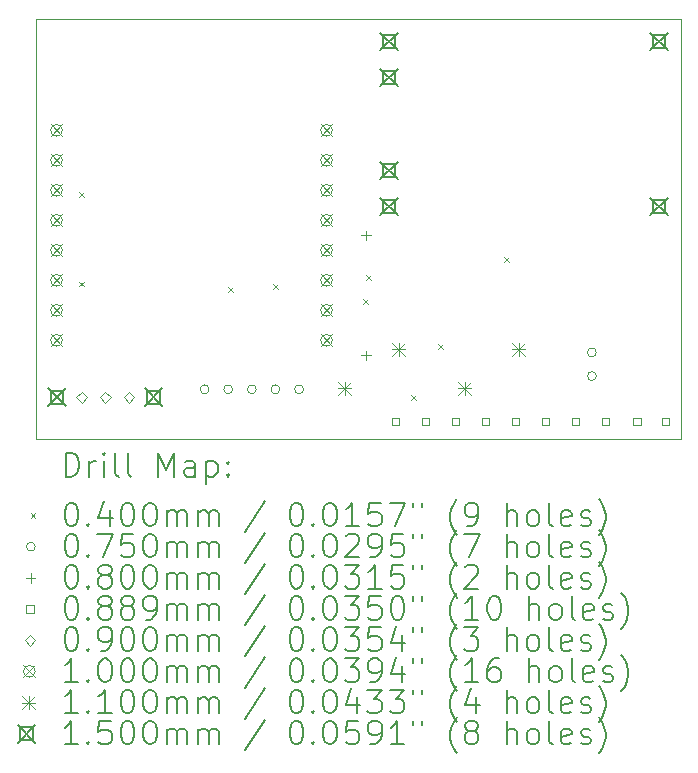
<source format=gbr>
%FSLAX45Y45*%
G04 Gerber Fmt 4.5, Leading zero omitted, Abs format (unit mm)*
G04 Created by KiCad (PCBNEW (6.0.2)) date 2022-02-27 07:15:40*
%MOMM*%
%LPD*%
G01*
G04 APERTURE LIST*
%TA.AperFunction,Profile*%
%ADD10C,0.100000*%
%TD*%
%ADD11C,0.200000*%
%ADD12C,0.040000*%
%ADD13C,0.075000*%
%ADD14C,0.080000*%
%ADD15C,0.088900*%
%ADD16C,0.090000*%
%ADD17C,0.100000*%
%ADD18C,0.110000*%
%ADD19C,0.150000*%
G04 APERTURE END LIST*
D10*
X10348652Y-2881052D02*
X4887652Y-2881052D01*
X4887652Y-2881052D02*
X4887652Y-6437052D01*
X4887652Y-6437052D02*
X10348652Y-6437052D01*
X10348652Y-6437052D02*
X10348652Y-2881052D01*
D11*
D12*
X5255052Y-4341721D02*
X5295052Y-4381721D01*
X5295052Y-4341721D02*
X5255052Y-4381721D01*
X5255052Y-5102652D02*
X5295052Y-5142652D01*
X5295052Y-5102652D02*
X5255052Y-5142652D01*
X6518652Y-5147052D02*
X6558652Y-5187052D01*
X6558652Y-5147052D02*
X6518652Y-5187052D01*
X6899652Y-5121652D02*
X6939652Y-5161652D01*
X6939652Y-5121652D02*
X6899652Y-5161652D01*
X7661652Y-5248652D02*
X7701652Y-5288652D01*
X7701652Y-5248652D02*
X7661652Y-5288652D01*
X7687052Y-5045452D02*
X7727052Y-5085452D01*
X7727052Y-5045452D02*
X7687052Y-5085452D01*
X8068052Y-6061452D02*
X8108052Y-6101452D01*
X8108052Y-6061452D02*
X8068052Y-6101452D01*
X8296652Y-5629652D02*
X8336652Y-5669652D01*
X8336652Y-5629652D02*
X8296652Y-5669652D01*
X8855452Y-4893052D02*
X8895452Y-4933052D01*
X8895452Y-4893052D02*
X8855452Y-4933052D01*
D13*
X6353952Y-6014252D02*
G75*
G03*
X6353952Y-6014252I-37500J0D01*
G01*
X6553952Y-6014252D02*
G75*
G03*
X6553952Y-6014252I-37500J0D01*
G01*
X6753952Y-6014252D02*
G75*
G03*
X6753952Y-6014252I-37500J0D01*
G01*
X6953952Y-6014252D02*
G75*
G03*
X6953952Y-6014252I-37500J0D01*
G01*
X7153952Y-6014252D02*
G75*
G03*
X7153952Y-6014252I-37500J0D01*
G01*
X9633152Y-5702052D02*
G75*
G03*
X9633152Y-5702052I-37500J0D01*
G01*
X9633152Y-5902052D02*
G75*
G03*
X9633152Y-5902052I-37500J0D01*
G01*
D14*
X7681652Y-4669852D02*
X7681652Y-4749852D01*
X7641652Y-4709852D02*
X7721652Y-4709852D01*
X7681652Y-5685852D02*
X7681652Y-5765852D01*
X7641652Y-5725852D02*
X7721652Y-5725852D01*
D15*
X7966036Y-6317529D02*
X7966036Y-6254667D01*
X7903174Y-6254667D01*
X7903174Y-6317529D01*
X7966036Y-6317529D01*
X8220036Y-6317529D02*
X8220036Y-6254667D01*
X8157174Y-6254667D01*
X8157174Y-6317529D01*
X8220036Y-6317529D01*
X8474036Y-6317529D02*
X8474036Y-6254667D01*
X8411174Y-6254667D01*
X8411174Y-6317529D01*
X8474036Y-6317529D01*
X8728036Y-6317529D02*
X8728036Y-6254667D01*
X8665174Y-6254667D01*
X8665174Y-6317529D01*
X8728036Y-6317529D01*
X8982036Y-6317529D02*
X8982036Y-6254667D01*
X8919174Y-6254667D01*
X8919174Y-6317529D01*
X8982036Y-6317529D01*
X9236036Y-6317529D02*
X9236036Y-6254667D01*
X9173174Y-6254667D01*
X9173174Y-6317529D01*
X9236036Y-6317529D01*
X9490036Y-6317529D02*
X9490036Y-6254667D01*
X9427174Y-6254667D01*
X9427174Y-6317529D01*
X9490036Y-6317529D01*
X9744036Y-6317529D02*
X9744036Y-6254667D01*
X9681174Y-6254667D01*
X9681174Y-6317529D01*
X9744036Y-6317529D01*
X10010736Y-6317529D02*
X10010736Y-6254667D01*
X9947874Y-6254667D01*
X9947874Y-6317529D01*
X10010736Y-6317529D01*
X10252036Y-6317529D02*
X10252036Y-6254667D01*
X10189174Y-6254667D01*
X10189174Y-6317529D01*
X10252036Y-6317529D01*
D16*
X5275052Y-6126452D02*
X5320052Y-6081452D01*
X5275052Y-6036452D01*
X5230052Y-6081452D01*
X5275052Y-6126452D01*
X5475052Y-6126452D02*
X5520052Y-6081452D01*
X5475052Y-6036452D01*
X5430052Y-6081452D01*
X5475052Y-6126452D01*
X5675052Y-6126452D02*
X5720052Y-6081452D01*
X5675052Y-6036452D01*
X5630052Y-6081452D01*
X5675052Y-6126452D01*
D17*
X5013152Y-3770852D02*
X5113152Y-3870852D01*
X5113152Y-3770852D02*
X5013152Y-3870852D01*
X5113152Y-3820852D02*
G75*
G03*
X5113152Y-3820852I-50000J0D01*
G01*
X5013152Y-4024852D02*
X5113152Y-4124852D01*
X5113152Y-4024852D02*
X5013152Y-4124852D01*
X5113152Y-4074852D02*
G75*
G03*
X5113152Y-4074852I-50000J0D01*
G01*
X5013152Y-4278852D02*
X5113152Y-4378852D01*
X5113152Y-4278852D02*
X5013152Y-4378852D01*
X5113152Y-4328852D02*
G75*
G03*
X5113152Y-4328852I-50000J0D01*
G01*
X5013152Y-4532852D02*
X5113152Y-4632852D01*
X5113152Y-4532852D02*
X5013152Y-4632852D01*
X5113152Y-4582852D02*
G75*
G03*
X5113152Y-4582852I-50000J0D01*
G01*
X5013152Y-4786852D02*
X5113152Y-4886852D01*
X5113152Y-4786852D02*
X5013152Y-4886852D01*
X5113152Y-4836852D02*
G75*
G03*
X5113152Y-4836852I-50000J0D01*
G01*
X5013152Y-5040852D02*
X5113152Y-5140852D01*
X5113152Y-5040852D02*
X5013152Y-5140852D01*
X5113152Y-5090852D02*
G75*
G03*
X5113152Y-5090852I-50000J0D01*
G01*
X5013152Y-5294852D02*
X5113152Y-5394852D01*
X5113152Y-5294852D02*
X5013152Y-5394852D01*
X5113152Y-5344852D02*
G75*
G03*
X5113152Y-5344852I-50000J0D01*
G01*
X5013152Y-5548852D02*
X5113152Y-5648852D01*
X5113152Y-5548852D02*
X5013152Y-5648852D01*
X5113152Y-5598852D02*
G75*
G03*
X5113152Y-5598852I-50000J0D01*
G01*
X7299152Y-3770852D02*
X7399152Y-3870852D01*
X7399152Y-3770852D02*
X7299152Y-3870852D01*
X7399152Y-3820852D02*
G75*
G03*
X7399152Y-3820852I-50000J0D01*
G01*
X7299152Y-4024852D02*
X7399152Y-4124852D01*
X7399152Y-4024852D02*
X7299152Y-4124852D01*
X7399152Y-4074852D02*
G75*
G03*
X7399152Y-4074852I-50000J0D01*
G01*
X7299152Y-4278852D02*
X7399152Y-4378852D01*
X7399152Y-4278852D02*
X7299152Y-4378852D01*
X7399152Y-4328852D02*
G75*
G03*
X7399152Y-4328852I-50000J0D01*
G01*
X7299152Y-4532852D02*
X7399152Y-4632852D01*
X7399152Y-4532852D02*
X7299152Y-4632852D01*
X7399152Y-4582852D02*
G75*
G03*
X7399152Y-4582852I-50000J0D01*
G01*
X7299152Y-4786852D02*
X7399152Y-4886852D01*
X7399152Y-4786852D02*
X7299152Y-4886852D01*
X7399152Y-4836852D02*
G75*
G03*
X7399152Y-4836852I-50000J0D01*
G01*
X7299152Y-5040852D02*
X7399152Y-5140852D01*
X7399152Y-5040852D02*
X7299152Y-5140852D01*
X7399152Y-5090852D02*
G75*
G03*
X7399152Y-5090852I-50000J0D01*
G01*
X7299152Y-5294852D02*
X7399152Y-5394852D01*
X7399152Y-5294852D02*
X7299152Y-5394852D01*
X7399152Y-5344852D02*
G75*
G03*
X7399152Y-5344852I-50000J0D01*
G01*
X7299152Y-5548852D02*
X7399152Y-5648852D01*
X7399152Y-5548852D02*
X7299152Y-5648852D01*
X7399152Y-5598852D02*
G75*
G03*
X7399152Y-5598852I-50000J0D01*
G01*
D18*
X7448852Y-5950252D02*
X7558852Y-6060252D01*
X7558852Y-5950252D02*
X7448852Y-6060252D01*
X7503852Y-5950252D02*
X7503852Y-6060252D01*
X7448852Y-6005252D02*
X7558852Y-6005252D01*
X7906052Y-5620052D02*
X8016052Y-5730052D01*
X8016052Y-5620052D02*
X7906052Y-5730052D01*
X7961052Y-5620052D02*
X7961052Y-5730052D01*
X7906052Y-5675052D02*
X8016052Y-5675052D01*
X8464852Y-5950252D02*
X8574852Y-6060252D01*
X8574852Y-5950252D02*
X8464852Y-6060252D01*
X8519852Y-5950252D02*
X8519852Y-6060252D01*
X8464852Y-6005252D02*
X8574852Y-6005252D01*
X8922052Y-5620052D02*
X9032052Y-5730052D01*
X9032052Y-5620052D02*
X8922052Y-5730052D01*
X8977052Y-5620052D02*
X8977052Y-5730052D01*
X8922052Y-5675052D02*
X9032052Y-5675052D01*
D19*
X4990052Y-6006452D02*
X5140052Y-6156452D01*
X5140052Y-6006452D02*
X4990052Y-6156452D01*
X5118086Y-6134485D02*
X5118086Y-6028418D01*
X5012019Y-6028418D01*
X5012019Y-6134485D01*
X5118086Y-6134485D01*
X5810052Y-6006452D02*
X5960052Y-6156452D01*
X5960052Y-6006452D02*
X5810052Y-6156452D01*
X5938085Y-6134485D02*
X5938085Y-6028418D01*
X5832018Y-6028418D01*
X5832018Y-6134485D01*
X5938085Y-6134485D01*
X7803103Y-2995059D02*
X7953103Y-3145059D01*
X7953103Y-2995059D02*
X7803103Y-3145059D01*
X7931136Y-3123092D02*
X7931136Y-3017025D01*
X7825069Y-3017025D01*
X7825069Y-3123092D01*
X7931136Y-3123092D01*
X7803103Y-3299859D02*
X7953103Y-3449859D01*
X7953103Y-3299859D02*
X7803103Y-3449859D01*
X7931136Y-3427892D02*
X7931136Y-3321825D01*
X7825069Y-3321825D01*
X7825069Y-3427892D01*
X7931136Y-3427892D01*
X7803103Y-4087259D02*
X7953103Y-4237259D01*
X7953103Y-4087259D02*
X7803103Y-4237259D01*
X7931136Y-4215293D02*
X7931136Y-4109225D01*
X7825069Y-4109225D01*
X7825069Y-4215293D01*
X7931136Y-4215293D01*
X7803103Y-4392059D02*
X7953103Y-4542059D01*
X7953103Y-4392059D02*
X7803103Y-4542059D01*
X7931136Y-4520093D02*
X7931136Y-4414026D01*
X7825069Y-4414026D01*
X7825069Y-4520093D01*
X7931136Y-4520093D01*
X10089103Y-2995059D02*
X10239103Y-3145059D01*
X10239103Y-2995059D02*
X10089103Y-3145059D01*
X10217136Y-3123092D02*
X10217136Y-3017025D01*
X10111069Y-3017025D01*
X10111069Y-3123092D01*
X10217136Y-3123092D01*
X10089103Y-4392059D02*
X10239103Y-4542059D01*
X10239103Y-4392059D02*
X10089103Y-4542059D01*
X10217136Y-4520093D02*
X10217136Y-4414026D01*
X10111069Y-4414026D01*
X10111069Y-4520093D01*
X10217136Y-4520093D01*
D11*
X5140271Y-6752528D02*
X5140271Y-6552528D01*
X5187890Y-6552528D01*
X5216462Y-6562052D01*
X5235509Y-6581100D01*
X5245033Y-6600147D01*
X5254557Y-6638242D01*
X5254557Y-6666814D01*
X5245033Y-6704909D01*
X5235509Y-6723957D01*
X5216462Y-6743004D01*
X5187890Y-6752528D01*
X5140271Y-6752528D01*
X5340271Y-6752528D02*
X5340271Y-6619195D01*
X5340271Y-6657290D02*
X5349795Y-6638242D01*
X5359319Y-6628719D01*
X5378366Y-6619195D01*
X5397414Y-6619195D01*
X5464081Y-6752528D02*
X5464081Y-6619195D01*
X5464081Y-6552528D02*
X5454557Y-6562052D01*
X5464081Y-6571576D01*
X5473604Y-6562052D01*
X5464081Y-6552528D01*
X5464081Y-6571576D01*
X5587890Y-6752528D02*
X5568842Y-6743004D01*
X5559319Y-6723957D01*
X5559319Y-6552528D01*
X5692652Y-6752528D02*
X5673604Y-6743004D01*
X5664080Y-6723957D01*
X5664080Y-6552528D01*
X5921223Y-6752528D02*
X5921223Y-6552528D01*
X5987890Y-6695385D01*
X6054557Y-6552528D01*
X6054557Y-6752528D01*
X6235509Y-6752528D02*
X6235509Y-6647766D01*
X6225985Y-6628719D01*
X6206938Y-6619195D01*
X6168842Y-6619195D01*
X6149795Y-6628719D01*
X6235509Y-6743004D02*
X6216461Y-6752528D01*
X6168842Y-6752528D01*
X6149795Y-6743004D01*
X6140271Y-6723957D01*
X6140271Y-6704909D01*
X6149795Y-6685861D01*
X6168842Y-6676338D01*
X6216461Y-6676338D01*
X6235509Y-6666814D01*
X6330747Y-6619195D02*
X6330747Y-6819195D01*
X6330747Y-6628719D02*
X6349795Y-6619195D01*
X6387890Y-6619195D01*
X6406938Y-6628719D01*
X6416461Y-6638242D01*
X6425985Y-6657290D01*
X6425985Y-6714433D01*
X6416461Y-6733480D01*
X6406938Y-6743004D01*
X6387890Y-6752528D01*
X6349795Y-6752528D01*
X6330747Y-6743004D01*
X6511700Y-6733480D02*
X6521223Y-6743004D01*
X6511700Y-6752528D01*
X6502176Y-6743004D01*
X6511700Y-6733480D01*
X6511700Y-6752528D01*
X6511700Y-6628719D02*
X6521223Y-6638242D01*
X6511700Y-6647766D01*
X6502176Y-6638242D01*
X6511700Y-6628719D01*
X6511700Y-6647766D01*
D12*
X4842652Y-7062052D02*
X4882652Y-7102052D01*
X4882652Y-7062052D02*
X4842652Y-7102052D01*
D11*
X5178366Y-6972528D02*
X5197414Y-6972528D01*
X5216462Y-6982052D01*
X5225985Y-6991576D01*
X5235509Y-7010623D01*
X5245033Y-7048719D01*
X5245033Y-7096338D01*
X5235509Y-7134433D01*
X5225985Y-7153480D01*
X5216462Y-7163004D01*
X5197414Y-7172528D01*
X5178366Y-7172528D01*
X5159319Y-7163004D01*
X5149795Y-7153480D01*
X5140271Y-7134433D01*
X5130747Y-7096338D01*
X5130747Y-7048719D01*
X5140271Y-7010623D01*
X5149795Y-6991576D01*
X5159319Y-6982052D01*
X5178366Y-6972528D01*
X5330747Y-7153480D02*
X5340271Y-7163004D01*
X5330747Y-7172528D01*
X5321223Y-7163004D01*
X5330747Y-7153480D01*
X5330747Y-7172528D01*
X5511700Y-7039195D02*
X5511700Y-7172528D01*
X5464081Y-6963004D02*
X5416462Y-7105861D01*
X5540271Y-7105861D01*
X5654557Y-6972528D02*
X5673604Y-6972528D01*
X5692652Y-6982052D01*
X5702176Y-6991576D01*
X5711700Y-7010623D01*
X5721223Y-7048719D01*
X5721223Y-7096338D01*
X5711700Y-7134433D01*
X5702176Y-7153480D01*
X5692652Y-7163004D01*
X5673604Y-7172528D01*
X5654557Y-7172528D01*
X5635509Y-7163004D01*
X5625985Y-7153480D01*
X5616461Y-7134433D01*
X5606938Y-7096338D01*
X5606938Y-7048719D01*
X5616461Y-7010623D01*
X5625985Y-6991576D01*
X5635509Y-6982052D01*
X5654557Y-6972528D01*
X5845033Y-6972528D02*
X5864080Y-6972528D01*
X5883128Y-6982052D01*
X5892652Y-6991576D01*
X5902176Y-7010623D01*
X5911700Y-7048719D01*
X5911700Y-7096338D01*
X5902176Y-7134433D01*
X5892652Y-7153480D01*
X5883128Y-7163004D01*
X5864080Y-7172528D01*
X5845033Y-7172528D01*
X5825985Y-7163004D01*
X5816461Y-7153480D01*
X5806938Y-7134433D01*
X5797414Y-7096338D01*
X5797414Y-7048719D01*
X5806938Y-7010623D01*
X5816461Y-6991576D01*
X5825985Y-6982052D01*
X5845033Y-6972528D01*
X5997414Y-7172528D02*
X5997414Y-7039195D01*
X5997414Y-7058242D02*
X6006938Y-7048719D01*
X6025985Y-7039195D01*
X6054557Y-7039195D01*
X6073604Y-7048719D01*
X6083128Y-7067766D01*
X6083128Y-7172528D01*
X6083128Y-7067766D02*
X6092652Y-7048719D01*
X6111700Y-7039195D01*
X6140271Y-7039195D01*
X6159319Y-7048719D01*
X6168842Y-7067766D01*
X6168842Y-7172528D01*
X6264080Y-7172528D02*
X6264080Y-7039195D01*
X6264080Y-7058242D02*
X6273604Y-7048719D01*
X6292652Y-7039195D01*
X6321223Y-7039195D01*
X6340271Y-7048719D01*
X6349795Y-7067766D01*
X6349795Y-7172528D01*
X6349795Y-7067766D02*
X6359319Y-7048719D01*
X6378366Y-7039195D01*
X6406938Y-7039195D01*
X6425985Y-7048719D01*
X6435509Y-7067766D01*
X6435509Y-7172528D01*
X6825985Y-6963004D02*
X6654557Y-7220147D01*
X7083128Y-6972528D02*
X7102176Y-6972528D01*
X7121223Y-6982052D01*
X7130747Y-6991576D01*
X7140271Y-7010623D01*
X7149795Y-7048719D01*
X7149795Y-7096338D01*
X7140271Y-7134433D01*
X7130747Y-7153480D01*
X7121223Y-7163004D01*
X7102176Y-7172528D01*
X7083128Y-7172528D01*
X7064080Y-7163004D01*
X7054557Y-7153480D01*
X7045033Y-7134433D01*
X7035509Y-7096338D01*
X7035509Y-7048719D01*
X7045033Y-7010623D01*
X7054557Y-6991576D01*
X7064080Y-6982052D01*
X7083128Y-6972528D01*
X7235509Y-7153480D02*
X7245033Y-7163004D01*
X7235509Y-7172528D01*
X7225985Y-7163004D01*
X7235509Y-7153480D01*
X7235509Y-7172528D01*
X7368842Y-6972528D02*
X7387890Y-6972528D01*
X7406938Y-6982052D01*
X7416461Y-6991576D01*
X7425985Y-7010623D01*
X7435509Y-7048719D01*
X7435509Y-7096338D01*
X7425985Y-7134433D01*
X7416461Y-7153480D01*
X7406938Y-7163004D01*
X7387890Y-7172528D01*
X7368842Y-7172528D01*
X7349795Y-7163004D01*
X7340271Y-7153480D01*
X7330747Y-7134433D01*
X7321223Y-7096338D01*
X7321223Y-7048719D01*
X7330747Y-7010623D01*
X7340271Y-6991576D01*
X7349795Y-6982052D01*
X7368842Y-6972528D01*
X7625985Y-7172528D02*
X7511700Y-7172528D01*
X7568842Y-7172528D02*
X7568842Y-6972528D01*
X7549795Y-7001100D01*
X7530747Y-7020147D01*
X7511700Y-7029671D01*
X7806938Y-6972528D02*
X7711700Y-6972528D01*
X7702176Y-7067766D01*
X7711700Y-7058242D01*
X7730747Y-7048719D01*
X7778366Y-7048719D01*
X7797414Y-7058242D01*
X7806938Y-7067766D01*
X7816461Y-7086814D01*
X7816461Y-7134433D01*
X7806938Y-7153480D01*
X7797414Y-7163004D01*
X7778366Y-7172528D01*
X7730747Y-7172528D01*
X7711700Y-7163004D01*
X7702176Y-7153480D01*
X7883128Y-6972528D02*
X8016461Y-6972528D01*
X7930747Y-7172528D01*
X8083128Y-6972528D02*
X8083128Y-7010623D01*
X8159319Y-6972528D02*
X8159319Y-7010623D01*
X8454557Y-7248719D02*
X8445033Y-7239195D01*
X8425985Y-7210623D01*
X8416462Y-7191576D01*
X8406938Y-7163004D01*
X8397414Y-7115385D01*
X8397414Y-7077290D01*
X8406938Y-7029671D01*
X8416462Y-7001100D01*
X8425985Y-6982052D01*
X8445033Y-6953480D01*
X8454557Y-6943957D01*
X8540271Y-7172528D02*
X8578366Y-7172528D01*
X8597414Y-7163004D01*
X8606938Y-7153480D01*
X8625985Y-7124909D01*
X8635509Y-7086814D01*
X8635509Y-7010623D01*
X8625985Y-6991576D01*
X8616462Y-6982052D01*
X8597414Y-6972528D01*
X8559319Y-6972528D01*
X8540271Y-6982052D01*
X8530747Y-6991576D01*
X8521223Y-7010623D01*
X8521223Y-7058242D01*
X8530747Y-7077290D01*
X8540271Y-7086814D01*
X8559319Y-7096338D01*
X8597414Y-7096338D01*
X8616462Y-7086814D01*
X8625985Y-7077290D01*
X8635509Y-7058242D01*
X8873604Y-7172528D02*
X8873604Y-6972528D01*
X8959319Y-7172528D02*
X8959319Y-7067766D01*
X8949795Y-7048719D01*
X8930747Y-7039195D01*
X8902176Y-7039195D01*
X8883128Y-7048719D01*
X8873604Y-7058242D01*
X9083128Y-7172528D02*
X9064081Y-7163004D01*
X9054557Y-7153480D01*
X9045033Y-7134433D01*
X9045033Y-7077290D01*
X9054557Y-7058242D01*
X9064081Y-7048719D01*
X9083128Y-7039195D01*
X9111700Y-7039195D01*
X9130747Y-7048719D01*
X9140271Y-7058242D01*
X9149795Y-7077290D01*
X9149795Y-7134433D01*
X9140271Y-7153480D01*
X9130747Y-7163004D01*
X9111700Y-7172528D01*
X9083128Y-7172528D01*
X9264081Y-7172528D02*
X9245033Y-7163004D01*
X9235509Y-7143957D01*
X9235509Y-6972528D01*
X9416462Y-7163004D02*
X9397414Y-7172528D01*
X9359319Y-7172528D01*
X9340271Y-7163004D01*
X9330747Y-7143957D01*
X9330747Y-7067766D01*
X9340271Y-7048719D01*
X9359319Y-7039195D01*
X9397414Y-7039195D01*
X9416462Y-7048719D01*
X9425985Y-7067766D01*
X9425985Y-7086814D01*
X9330747Y-7105861D01*
X9502176Y-7163004D02*
X9521223Y-7172528D01*
X9559319Y-7172528D01*
X9578366Y-7163004D01*
X9587890Y-7143957D01*
X9587890Y-7134433D01*
X9578366Y-7115385D01*
X9559319Y-7105861D01*
X9530747Y-7105861D01*
X9511700Y-7096338D01*
X9502176Y-7077290D01*
X9502176Y-7067766D01*
X9511700Y-7048719D01*
X9530747Y-7039195D01*
X9559319Y-7039195D01*
X9578366Y-7048719D01*
X9654557Y-7248719D02*
X9664081Y-7239195D01*
X9683128Y-7210623D01*
X9692652Y-7191576D01*
X9702176Y-7163004D01*
X9711700Y-7115385D01*
X9711700Y-7077290D01*
X9702176Y-7029671D01*
X9692652Y-7001100D01*
X9683128Y-6982052D01*
X9664081Y-6953480D01*
X9654557Y-6943957D01*
D13*
X4882652Y-7346052D02*
G75*
G03*
X4882652Y-7346052I-37500J0D01*
G01*
D11*
X5178366Y-7236528D02*
X5197414Y-7236528D01*
X5216462Y-7246052D01*
X5225985Y-7255576D01*
X5235509Y-7274623D01*
X5245033Y-7312719D01*
X5245033Y-7360338D01*
X5235509Y-7398433D01*
X5225985Y-7417480D01*
X5216462Y-7427004D01*
X5197414Y-7436528D01*
X5178366Y-7436528D01*
X5159319Y-7427004D01*
X5149795Y-7417480D01*
X5140271Y-7398433D01*
X5130747Y-7360338D01*
X5130747Y-7312719D01*
X5140271Y-7274623D01*
X5149795Y-7255576D01*
X5159319Y-7246052D01*
X5178366Y-7236528D01*
X5330747Y-7417480D02*
X5340271Y-7427004D01*
X5330747Y-7436528D01*
X5321223Y-7427004D01*
X5330747Y-7417480D01*
X5330747Y-7436528D01*
X5406938Y-7236528D02*
X5540271Y-7236528D01*
X5454557Y-7436528D01*
X5711700Y-7236528D02*
X5616461Y-7236528D01*
X5606938Y-7331766D01*
X5616461Y-7322242D01*
X5635509Y-7312719D01*
X5683128Y-7312719D01*
X5702176Y-7322242D01*
X5711700Y-7331766D01*
X5721223Y-7350814D01*
X5721223Y-7398433D01*
X5711700Y-7417480D01*
X5702176Y-7427004D01*
X5683128Y-7436528D01*
X5635509Y-7436528D01*
X5616461Y-7427004D01*
X5606938Y-7417480D01*
X5845033Y-7236528D02*
X5864080Y-7236528D01*
X5883128Y-7246052D01*
X5892652Y-7255576D01*
X5902176Y-7274623D01*
X5911700Y-7312719D01*
X5911700Y-7360338D01*
X5902176Y-7398433D01*
X5892652Y-7417480D01*
X5883128Y-7427004D01*
X5864080Y-7436528D01*
X5845033Y-7436528D01*
X5825985Y-7427004D01*
X5816461Y-7417480D01*
X5806938Y-7398433D01*
X5797414Y-7360338D01*
X5797414Y-7312719D01*
X5806938Y-7274623D01*
X5816461Y-7255576D01*
X5825985Y-7246052D01*
X5845033Y-7236528D01*
X5997414Y-7436528D02*
X5997414Y-7303195D01*
X5997414Y-7322242D02*
X6006938Y-7312719D01*
X6025985Y-7303195D01*
X6054557Y-7303195D01*
X6073604Y-7312719D01*
X6083128Y-7331766D01*
X6083128Y-7436528D01*
X6083128Y-7331766D02*
X6092652Y-7312719D01*
X6111700Y-7303195D01*
X6140271Y-7303195D01*
X6159319Y-7312719D01*
X6168842Y-7331766D01*
X6168842Y-7436528D01*
X6264080Y-7436528D02*
X6264080Y-7303195D01*
X6264080Y-7322242D02*
X6273604Y-7312719D01*
X6292652Y-7303195D01*
X6321223Y-7303195D01*
X6340271Y-7312719D01*
X6349795Y-7331766D01*
X6349795Y-7436528D01*
X6349795Y-7331766D02*
X6359319Y-7312719D01*
X6378366Y-7303195D01*
X6406938Y-7303195D01*
X6425985Y-7312719D01*
X6435509Y-7331766D01*
X6435509Y-7436528D01*
X6825985Y-7227004D02*
X6654557Y-7484147D01*
X7083128Y-7236528D02*
X7102176Y-7236528D01*
X7121223Y-7246052D01*
X7130747Y-7255576D01*
X7140271Y-7274623D01*
X7149795Y-7312719D01*
X7149795Y-7360338D01*
X7140271Y-7398433D01*
X7130747Y-7417480D01*
X7121223Y-7427004D01*
X7102176Y-7436528D01*
X7083128Y-7436528D01*
X7064080Y-7427004D01*
X7054557Y-7417480D01*
X7045033Y-7398433D01*
X7035509Y-7360338D01*
X7035509Y-7312719D01*
X7045033Y-7274623D01*
X7054557Y-7255576D01*
X7064080Y-7246052D01*
X7083128Y-7236528D01*
X7235509Y-7417480D02*
X7245033Y-7427004D01*
X7235509Y-7436528D01*
X7225985Y-7427004D01*
X7235509Y-7417480D01*
X7235509Y-7436528D01*
X7368842Y-7236528D02*
X7387890Y-7236528D01*
X7406938Y-7246052D01*
X7416461Y-7255576D01*
X7425985Y-7274623D01*
X7435509Y-7312719D01*
X7435509Y-7360338D01*
X7425985Y-7398433D01*
X7416461Y-7417480D01*
X7406938Y-7427004D01*
X7387890Y-7436528D01*
X7368842Y-7436528D01*
X7349795Y-7427004D01*
X7340271Y-7417480D01*
X7330747Y-7398433D01*
X7321223Y-7360338D01*
X7321223Y-7312719D01*
X7330747Y-7274623D01*
X7340271Y-7255576D01*
X7349795Y-7246052D01*
X7368842Y-7236528D01*
X7511700Y-7255576D02*
X7521223Y-7246052D01*
X7540271Y-7236528D01*
X7587890Y-7236528D01*
X7606938Y-7246052D01*
X7616461Y-7255576D01*
X7625985Y-7274623D01*
X7625985Y-7293671D01*
X7616461Y-7322242D01*
X7502176Y-7436528D01*
X7625985Y-7436528D01*
X7721223Y-7436528D02*
X7759319Y-7436528D01*
X7778366Y-7427004D01*
X7787890Y-7417480D01*
X7806938Y-7388909D01*
X7816461Y-7350814D01*
X7816461Y-7274623D01*
X7806938Y-7255576D01*
X7797414Y-7246052D01*
X7778366Y-7236528D01*
X7740271Y-7236528D01*
X7721223Y-7246052D01*
X7711700Y-7255576D01*
X7702176Y-7274623D01*
X7702176Y-7322242D01*
X7711700Y-7341290D01*
X7721223Y-7350814D01*
X7740271Y-7360338D01*
X7778366Y-7360338D01*
X7797414Y-7350814D01*
X7806938Y-7341290D01*
X7816461Y-7322242D01*
X7997414Y-7236528D02*
X7902176Y-7236528D01*
X7892652Y-7331766D01*
X7902176Y-7322242D01*
X7921223Y-7312719D01*
X7968842Y-7312719D01*
X7987890Y-7322242D01*
X7997414Y-7331766D01*
X8006938Y-7350814D01*
X8006938Y-7398433D01*
X7997414Y-7417480D01*
X7987890Y-7427004D01*
X7968842Y-7436528D01*
X7921223Y-7436528D01*
X7902176Y-7427004D01*
X7892652Y-7417480D01*
X8083128Y-7236528D02*
X8083128Y-7274623D01*
X8159319Y-7236528D02*
X8159319Y-7274623D01*
X8454557Y-7512719D02*
X8445033Y-7503195D01*
X8425985Y-7474623D01*
X8416462Y-7455576D01*
X8406938Y-7427004D01*
X8397414Y-7379385D01*
X8397414Y-7341290D01*
X8406938Y-7293671D01*
X8416462Y-7265100D01*
X8425985Y-7246052D01*
X8445033Y-7217480D01*
X8454557Y-7207957D01*
X8511700Y-7236528D02*
X8645033Y-7236528D01*
X8559319Y-7436528D01*
X8873604Y-7436528D02*
X8873604Y-7236528D01*
X8959319Y-7436528D02*
X8959319Y-7331766D01*
X8949795Y-7312719D01*
X8930747Y-7303195D01*
X8902176Y-7303195D01*
X8883128Y-7312719D01*
X8873604Y-7322242D01*
X9083128Y-7436528D02*
X9064081Y-7427004D01*
X9054557Y-7417480D01*
X9045033Y-7398433D01*
X9045033Y-7341290D01*
X9054557Y-7322242D01*
X9064081Y-7312719D01*
X9083128Y-7303195D01*
X9111700Y-7303195D01*
X9130747Y-7312719D01*
X9140271Y-7322242D01*
X9149795Y-7341290D01*
X9149795Y-7398433D01*
X9140271Y-7417480D01*
X9130747Y-7427004D01*
X9111700Y-7436528D01*
X9083128Y-7436528D01*
X9264081Y-7436528D02*
X9245033Y-7427004D01*
X9235509Y-7407957D01*
X9235509Y-7236528D01*
X9416462Y-7427004D02*
X9397414Y-7436528D01*
X9359319Y-7436528D01*
X9340271Y-7427004D01*
X9330747Y-7407957D01*
X9330747Y-7331766D01*
X9340271Y-7312719D01*
X9359319Y-7303195D01*
X9397414Y-7303195D01*
X9416462Y-7312719D01*
X9425985Y-7331766D01*
X9425985Y-7350814D01*
X9330747Y-7369861D01*
X9502176Y-7427004D02*
X9521223Y-7436528D01*
X9559319Y-7436528D01*
X9578366Y-7427004D01*
X9587890Y-7407957D01*
X9587890Y-7398433D01*
X9578366Y-7379385D01*
X9559319Y-7369861D01*
X9530747Y-7369861D01*
X9511700Y-7360338D01*
X9502176Y-7341290D01*
X9502176Y-7331766D01*
X9511700Y-7312719D01*
X9530747Y-7303195D01*
X9559319Y-7303195D01*
X9578366Y-7312719D01*
X9654557Y-7512719D02*
X9664081Y-7503195D01*
X9683128Y-7474623D01*
X9692652Y-7455576D01*
X9702176Y-7427004D01*
X9711700Y-7379385D01*
X9711700Y-7341290D01*
X9702176Y-7293671D01*
X9692652Y-7265100D01*
X9683128Y-7246052D01*
X9664081Y-7217480D01*
X9654557Y-7207957D01*
D14*
X4842652Y-7570052D02*
X4842652Y-7650052D01*
X4802652Y-7610052D02*
X4882652Y-7610052D01*
D11*
X5178366Y-7500528D02*
X5197414Y-7500528D01*
X5216462Y-7510052D01*
X5225985Y-7519576D01*
X5235509Y-7538623D01*
X5245033Y-7576719D01*
X5245033Y-7624338D01*
X5235509Y-7662433D01*
X5225985Y-7681480D01*
X5216462Y-7691004D01*
X5197414Y-7700528D01*
X5178366Y-7700528D01*
X5159319Y-7691004D01*
X5149795Y-7681480D01*
X5140271Y-7662433D01*
X5130747Y-7624338D01*
X5130747Y-7576719D01*
X5140271Y-7538623D01*
X5149795Y-7519576D01*
X5159319Y-7510052D01*
X5178366Y-7500528D01*
X5330747Y-7681480D02*
X5340271Y-7691004D01*
X5330747Y-7700528D01*
X5321223Y-7691004D01*
X5330747Y-7681480D01*
X5330747Y-7700528D01*
X5454557Y-7586242D02*
X5435509Y-7576719D01*
X5425985Y-7567195D01*
X5416462Y-7548147D01*
X5416462Y-7538623D01*
X5425985Y-7519576D01*
X5435509Y-7510052D01*
X5454557Y-7500528D01*
X5492652Y-7500528D01*
X5511700Y-7510052D01*
X5521223Y-7519576D01*
X5530747Y-7538623D01*
X5530747Y-7548147D01*
X5521223Y-7567195D01*
X5511700Y-7576719D01*
X5492652Y-7586242D01*
X5454557Y-7586242D01*
X5435509Y-7595766D01*
X5425985Y-7605290D01*
X5416462Y-7624338D01*
X5416462Y-7662433D01*
X5425985Y-7681480D01*
X5435509Y-7691004D01*
X5454557Y-7700528D01*
X5492652Y-7700528D01*
X5511700Y-7691004D01*
X5521223Y-7681480D01*
X5530747Y-7662433D01*
X5530747Y-7624338D01*
X5521223Y-7605290D01*
X5511700Y-7595766D01*
X5492652Y-7586242D01*
X5654557Y-7500528D02*
X5673604Y-7500528D01*
X5692652Y-7510052D01*
X5702176Y-7519576D01*
X5711700Y-7538623D01*
X5721223Y-7576719D01*
X5721223Y-7624338D01*
X5711700Y-7662433D01*
X5702176Y-7681480D01*
X5692652Y-7691004D01*
X5673604Y-7700528D01*
X5654557Y-7700528D01*
X5635509Y-7691004D01*
X5625985Y-7681480D01*
X5616461Y-7662433D01*
X5606938Y-7624338D01*
X5606938Y-7576719D01*
X5616461Y-7538623D01*
X5625985Y-7519576D01*
X5635509Y-7510052D01*
X5654557Y-7500528D01*
X5845033Y-7500528D02*
X5864080Y-7500528D01*
X5883128Y-7510052D01*
X5892652Y-7519576D01*
X5902176Y-7538623D01*
X5911700Y-7576719D01*
X5911700Y-7624338D01*
X5902176Y-7662433D01*
X5892652Y-7681480D01*
X5883128Y-7691004D01*
X5864080Y-7700528D01*
X5845033Y-7700528D01*
X5825985Y-7691004D01*
X5816461Y-7681480D01*
X5806938Y-7662433D01*
X5797414Y-7624338D01*
X5797414Y-7576719D01*
X5806938Y-7538623D01*
X5816461Y-7519576D01*
X5825985Y-7510052D01*
X5845033Y-7500528D01*
X5997414Y-7700528D02*
X5997414Y-7567195D01*
X5997414Y-7586242D02*
X6006938Y-7576719D01*
X6025985Y-7567195D01*
X6054557Y-7567195D01*
X6073604Y-7576719D01*
X6083128Y-7595766D01*
X6083128Y-7700528D01*
X6083128Y-7595766D02*
X6092652Y-7576719D01*
X6111700Y-7567195D01*
X6140271Y-7567195D01*
X6159319Y-7576719D01*
X6168842Y-7595766D01*
X6168842Y-7700528D01*
X6264080Y-7700528D02*
X6264080Y-7567195D01*
X6264080Y-7586242D02*
X6273604Y-7576719D01*
X6292652Y-7567195D01*
X6321223Y-7567195D01*
X6340271Y-7576719D01*
X6349795Y-7595766D01*
X6349795Y-7700528D01*
X6349795Y-7595766D02*
X6359319Y-7576719D01*
X6378366Y-7567195D01*
X6406938Y-7567195D01*
X6425985Y-7576719D01*
X6435509Y-7595766D01*
X6435509Y-7700528D01*
X6825985Y-7491004D02*
X6654557Y-7748147D01*
X7083128Y-7500528D02*
X7102176Y-7500528D01*
X7121223Y-7510052D01*
X7130747Y-7519576D01*
X7140271Y-7538623D01*
X7149795Y-7576719D01*
X7149795Y-7624338D01*
X7140271Y-7662433D01*
X7130747Y-7681480D01*
X7121223Y-7691004D01*
X7102176Y-7700528D01*
X7083128Y-7700528D01*
X7064080Y-7691004D01*
X7054557Y-7681480D01*
X7045033Y-7662433D01*
X7035509Y-7624338D01*
X7035509Y-7576719D01*
X7045033Y-7538623D01*
X7054557Y-7519576D01*
X7064080Y-7510052D01*
X7083128Y-7500528D01*
X7235509Y-7681480D02*
X7245033Y-7691004D01*
X7235509Y-7700528D01*
X7225985Y-7691004D01*
X7235509Y-7681480D01*
X7235509Y-7700528D01*
X7368842Y-7500528D02*
X7387890Y-7500528D01*
X7406938Y-7510052D01*
X7416461Y-7519576D01*
X7425985Y-7538623D01*
X7435509Y-7576719D01*
X7435509Y-7624338D01*
X7425985Y-7662433D01*
X7416461Y-7681480D01*
X7406938Y-7691004D01*
X7387890Y-7700528D01*
X7368842Y-7700528D01*
X7349795Y-7691004D01*
X7340271Y-7681480D01*
X7330747Y-7662433D01*
X7321223Y-7624338D01*
X7321223Y-7576719D01*
X7330747Y-7538623D01*
X7340271Y-7519576D01*
X7349795Y-7510052D01*
X7368842Y-7500528D01*
X7502176Y-7500528D02*
X7625985Y-7500528D01*
X7559319Y-7576719D01*
X7587890Y-7576719D01*
X7606938Y-7586242D01*
X7616461Y-7595766D01*
X7625985Y-7614814D01*
X7625985Y-7662433D01*
X7616461Y-7681480D01*
X7606938Y-7691004D01*
X7587890Y-7700528D01*
X7530747Y-7700528D01*
X7511700Y-7691004D01*
X7502176Y-7681480D01*
X7816461Y-7700528D02*
X7702176Y-7700528D01*
X7759319Y-7700528D02*
X7759319Y-7500528D01*
X7740271Y-7529100D01*
X7721223Y-7548147D01*
X7702176Y-7557671D01*
X7997414Y-7500528D02*
X7902176Y-7500528D01*
X7892652Y-7595766D01*
X7902176Y-7586242D01*
X7921223Y-7576719D01*
X7968842Y-7576719D01*
X7987890Y-7586242D01*
X7997414Y-7595766D01*
X8006938Y-7614814D01*
X8006938Y-7662433D01*
X7997414Y-7681480D01*
X7987890Y-7691004D01*
X7968842Y-7700528D01*
X7921223Y-7700528D01*
X7902176Y-7691004D01*
X7892652Y-7681480D01*
X8083128Y-7500528D02*
X8083128Y-7538623D01*
X8159319Y-7500528D02*
X8159319Y-7538623D01*
X8454557Y-7776719D02*
X8445033Y-7767195D01*
X8425985Y-7738623D01*
X8416462Y-7719576D01*
X8406938Y-7691004D01*
X8397414Y-7643385D01*
X8397414Y-7605290D01*
X8406938Y-7557671D01*
X8416462Y-7529100D01*
X8425985Y-7510052D01*
X8445033Y-7481480D01*
X8454557Y-7471957D01*
X8521223Y-7519576D02*
X8530747Y-7510052D01*
X8549795Y-7500528D01*
X8597414Y-7500528D01*
X8616462Y-7510052D01*
X8625985Y-7519576D01*
X8635509Y-7538623D01*
X8635509Y-7557671D01*
X8625985Y-7586242D01*
X8511700Y-7700528D01*
X8635509Y-7700528D01*
X8873604Y-7700528D02*
X8873604Y-7500528D01*
X8959319Y-7700528D02*
X8959319Y-7595766D01*
X8949795Y-7576719D01*
X8930747Y-7567195D01*
X8902176Y-7567195D01*
X8883128Y-7576719D01*
X8873604Y-7586242D01*
X9083128Y-7700528D02*
X9064081Y-7691004D01*
X9054557Y-7681480D01*
X9045033Y-7662433D01*
X9045033Y-7605290D01*
X9054557Y-7586242D01*
X9064081Y-7576719D01*
X9083128Y-7567195D01*
X9111700Y-7567195D01*
X9130747Y-7576719D01*
X9140271Y-7586242D01*
X9149795Y-7605290D01*
X9149795Y-7662433D01*
X9140271Y-7681480D01*
X9130747Y-7691004D01*
X9111700Y-7700528D01*
X9083128Y-7700528D01*
X9264081Y-7700528D02*
X9245033Y-7691004D01*
X9235509Y-7671957D01*
X9235509Y-7500528D01*
X9416462Y-7691004D02*
X9397414Y-7700528D01*
X9359319Y-7700528D01*
X9340271Y-7691004D01*
X9330747Y-7671957D01*
X9330747Y-7595766D01*
X9340271Y-7576719D01*
X9359319Y-7567195D01*
X9397414Y-7567195D01*
X9416462Y-7576719D01*
X9425985Y-7595766D01*
X9425985Y-7614814D01*
X9330747Y-7633861D01*
X9502176Y-7691004D02*
X9521223Y-7700528D01*
X9559319Y-7700528D01*
X9578366Y-7691004D01*
X9587890Y-7671957D01*
X9587890Y-7662433D01*
X9578366Y-7643385D01*
X9559319Y-7633861D01*
X9530747Y-7633861D01*
X9511700Y-7624338D01*
X9502176Y-7605290D01*
X9502176Y-7595766D01*
X9511700Y-7576719D01*
X9530747Y-7567195D01*
X9559319Y-7567195D01*
X9578366Y-7576719D01*
X9654557Y-7776719D02*
X9664081Y-7767195D01*
X9683128Y-7738623D01*
X9692652Y-7719576D01*
X9702176Y-7691004D01*
X9711700Y-7643385D01*
X9711700Y-7605290D01*
X9702176Y-7557671D01*
X9692652Y-7529100D01*
X9683128Y-7510052D01*
X9664081Y-7481480D01*
X9654557Y-7471957D01*
D15*
X4869633Y-7905483D02*
X4869633Y-7842621D01*
X4806771Y-7842621D01*
X4806771Y-7905483D01*
X4869633Y-7905483D01*
D11*
X5178366Y-7764528D02*
X5197414Y-7764528D01*
X5216462Y-7774052D01*
X5225985Y-7783576D01*
X5235509Y-7802623D01*
X5245033Y-7840719D01*
X5245033Y-7888338D01*
X5235509Y-7926433D01*
X5225985Y-7945480D01*
X5216462Y-7955004D01*
X5197414Y-7964528D01*
X5178366Y-7964528D01*
X5159319Y-7955004D01*
X5149795Y-7945480D01*
X5140271Y-7926433D01*
X5130747Y-7888338D01*
X5130747Y-7840719D01*
X5140271Y-7802623D01*
X5149795Y-7783576D01*
X5159319Y-7774052D01*
X5178366Y-7764528D01*
X5330747Y-7945480D02*
X5340271Y-7955004D01*
X5330747Y-7964528D01*
X5321223Y-7955004D01*
X5330747Y-7945480D01*
X5330747Y-7964528D01*
X5454557Y-7850242D02*
X5435509Y-7840719D01*
X5425985Y-7831195D01*
X5416462Y-7812147D01*
X5416462Y-7802623D01*
X5425985Y-7783576D01*
X5435509Y-7774052D01*
X5454557Y-7764528D01*
X5492652Y-7764528D01*
X5511700Y-7774052D01*
X5521223Y-7783576D01*
X5530747Y-7802623D01*
X5530747Y-7812147D01*
X5521223Y-7831195D01*
X5511700Y-7840719D01*
X5492652Y-7850242D01*
X5454557Y-7850242D01*
X5435509Y-7859766D01*
X5425985Y-7869290D01*
X5416462Y-7888338D01*
X5416462Y-7926433D01*
X5425985Y-7945480D01*
X5435509Y-7955004D01*
X5454557Y-7964528D01*
X5492652Y-7964528D01*
X5511700Y-7955004D01*
X5521223Y-7945480D01*
X5530747Y-7926433D01*
X5530747Y-7888338D01*
X5521223Y-7869290D01*
X5511700Y-7859766D01*
X5492652Y-7850242D01*
X5645033Y-7850242D02*
X5625985Y-7840719D01*
X5616461Y-7831195D01*
X5606938Y-7812147D01*
X5606938Y-7802623D01*
X5616461Y-7783576D01*
X5625985Y-7774052D01*
X5645033Y-7764528D01*
X5683128Y-7764528D01*
X5702176Y-7774052D01*
X5711700Y-7783576D01*
X5721223Y-7802623D01*
X5721223Y-7812147D01*
X5711700Y-7831195D01*
X5702176Y-7840719D01*
X5683128Y-7850242D01*
X5645033Y-7850242D01*
X5625985Y-7859766D01*
X5616461Y-7869290D01*
X5606938Y-7888338D01*
X5606938Y-7926433D01*
X5616461Y-7945480D01*
X5625985Y-7955004D01*
X5645033Y-7964528D01*
X5683128Y-7964528D01*
X5702176Y-7955004D01*
X5711700Y-7945480D01*
X5721223Y-7926433D01*
X5721223Y-7888338D01*
X5711700Y-7869290D01*
X5702176Y-7859766D01*
X5683128Y-7850242D01*
X5816461Y-7964528D02*
X5854557Y-7964528D01*
X5873604Y-7955004D01*
X5883128Y-7945480D01*
X5902176Y-7916909D01*
X5911700Y-7878814D01*
X5911700Y-7802623D01*
X5902176Y-7783576D01*
X5892652Y-7774052D01*
X5873604Y-7764528D01*
X5835509Y-7764528D01*
X5816461Y-7774052D01*
X5806938Y-7783576D01*
X5797414Y-7802623D01*
X5797414Y-7850242D01*
X5806938Y-7869290D01*
X5816461Y-7878814D01*
X5835509Y-7888338D01*
X5873604Y-7888338D01*
X5892652Y-7878814D01*
X5902176Y-7869290D01*
X5911700Y-7850242D01*
X5997414Y-7964528D02*
X5997414Y-7831195D01*
X5997414Y-7850242D02*
X6006938Y-7840719D01*
X6025985Y-7831195D01*
X6054557Y-7831195D01*
X6073604Y-7840719D01*
X6083128Y-7859766D01*
X6083128Y-7964528D01*
X6083128Y-7859766D02*
X6092652Y-7840719D01*
X6111700Y-7831195D01*
X6140271Y-7831195D01*
X6159319Y-7840719D01*
X6168842Y-7859766D01*
X6168842Y-7964528D01*
X6264080Y-7964528D02*
X6264080Y-7831195D01*
X6264080Y-7850242D02*
X6273604Y-7840719D01*
X6292652Y-7831195D01*
X6321223Y-7831195D01*
X6340271Y-7840719D01*
X6349795Y-7859766D01*
X6349795Y-7964528D01*
X6349795Y-7859766D02*
X6359319Y-7840719D01*
X6378366Y-7831195D01*
X6406938Y-7831195D01*
X6425985Y-7840719D01*
X6435509Y-7859766D01*
X6435509Y-7964528D01*
X6825985Y-7755004D02*
X6654557Y-8012147D01*
X7083128Y-7764528D02*
X7102176Y-7764528D01*
X7121223Y-7774052D01*
X7130747Y-7783576D01*
X7140271Y-7802623D01*
X7149795Y-7840719D01*
X7149795Y-7888338D01*
X7140271Y-7926433D01*
X7130747Y-7945480D01*
X7121223Y-7955004D01*
X7102176Y-7964528D01*
X7083128Y-7964528D01*
X7064080Y-7955004D01*
X7054557Y-7945480D01*
X7045033Y-7926433D01*
X7035509Y-7888338D01*
X7035509Y-7840719D01*
X7045033Y-7802623D01*
X7054557Y-7783576D01*
X7064080Y-7774052D01*
X7083128Y-7764528D01*
X7235509Y-7945480D02*
X7245033Y-7955004D01*
X7235509Y-7964528D01*
X7225985Y-7955004D01*
X7235509Y-7945480D01*
X7235509Y-7964528D01*
X7368842Y-7764528D02*
X7387890Y-7764528D01*
X7406938Y-7774052D01*
X7416461Y-7783576D01*
X7425985Y-7802623D01*
X7435509Y-7840719D01*
X7435509Y-7888338D01*
X7425985Y-7926433D01*
X7416461Y-7945480D01*
X7406938Y-7955004D01*
X7387890Y-7964528D01*
X7368842Y-7964528D01*
X7349795Y-7955004D01*
X7340271Y-7945480D01*
X7330747Y-7926433D01*
X7321223Y-7888338D01*
X7321223Y-7840719D01*
X7330747Y-7802623D01*
X7340271Y-7783576D01*
X7349795Y-7774052D01*
X7368842Y-7764528D01*
X7502176Y-7764528D02*
X7625985Y-7764528D01*
X7559319Y-7840719D01*
X7587890Y-7840719D01*
X7606938Y-7850242D01*
X7616461Y-7859766D01*
X7625985Y-7878814D01*
X7625985Y-7926433D01*
X7616461Y-7945480D01*
X7606938Y-7955004D01*
X7587890Y-7964528D01*
X7530747Y-7964528D01*
X7511700Y-7955004D01*
X7502176Y-7945480D01*
X7806938Y-7764528D02*
X7711700Y-7764528D01*
X7702176Y-7859766D01*
X7711700Y-7850242D01*
X7730747Y-7840719D01*
X7778366Y-7840719D01*
X7797414Y-7850242D01*
X7806938Y-7859766D01*
X7816461Y-7878814D01*
X7816461Y-7926433D01*
X7806938Y-7945480D01*
X7797414Y-7955004D01*
X7778366Y-7964528D01*
X7730747Y-7964528D01*
X7711700Y-7955004D01*
X7702176Y-7945480D01*
X7940271Y-7764528D02*
X7959319Y-7764528D01*
X7978366Y-7774052D01*
X7987890Y-7783576D01*
X7997414Y-7802623D01*
X8006938Y-7840719D01*
X8006938Y-7888338D01*
X7997414Y-7926433D01*
X7987890Y-7945480D01*
X7978366Y-7955004D01*
X7959319Y-7964528D01*
X7940271Y-7964528D01*
X7921223Y-7955004D01*
X7911700Y-7945480D01*
X7902176Y-7926433D01*
X7892652Y-7888338D01*
X7892652Y-7840719D01*
X7902176Y-7802623D01*
X7911700Y-7783576D01*
X7921223Y-7774052D01*
X7940271Y-7764528D01*
X8083128Y-7764528D02*
X8083128Y-7802623D01*
X8159319Y-7764528D02*
X8159319Y-7802623D01*
X8454557Y-8040719D02*
X8445033Y-8031195D01*
X8425985Y-8002623D01*
X8416462Y-7983576D01*
X8406938Y-7955004D01*
X8397414Y-7907385D01*
X8397414Y-7869290D01*
X8406938Y-7821671D01*
X8416462Y-7793100D01*
X8425985Y-7774052D01*
X8445033Y-7745480D01*
X8454557Y-7735957D01*
X8635509Y-7964528D02*
X8521223Y-7964528D01*
X8578366Y-7964528D02*
X8578366Y-7764528D01*
X8559319Y-7793100D01*
X8540271Y-7812147D01*
X8521223Y-7821671D01*
X8759319Y-7764528D02*
X8778366Y-7764528D01*
X8797414Y-7774052D01*
X8806938Y-7783576D01*
X8816462Y-7802623D01*
X8825985Y-7840719D01*
X8825985Y-7888338D01*
X8816462Y-7926433D01*
X8806938Y-7945480D01*
X8797414Y-7955004D01*
X8778366Y-7964528D01*
X8759319Y-7964528D01*
X8740271Y-7955004D01*
X8730747Y-7945480D01*
X8721223Y-7926433D01*
X8711700Y-7888338D01*
X8711700Y-7840719D01*
X8721223Y-7802623D01*
X8730747Y-7783576D01*
X8740271Y-7774052D01*
X8759319Y-7764528D01*
X9064081Y-7964528D02*
X9064081Y-7764528D01*
X9149795Y-7964528D02*
X9149795Y-7859766D01*
X9140271Y-7840719D01*
X9121223Y-7831195D01*
X9092652Y-7831195D01*
X9073604Y-7840719D01*
X9064081Y-7850242D01*
X9273604Y-7964528D02*
X9254557Y-7955004D01*
X9245033Y-7945480D01*
X9235509Y-7926433D01*
X9235509Y-7869290D01*
X9245033Y-7850242D01*
X9254557Y-7840719D01*
X9273604Y-7831195D01*
X9302176Y-7831195D01*
X9321223Y-7840719D01*
X9330747Y-7850242D01*
X9340271Y-7869290D01*
X9340271Y-7926433D01*
X9330747Y-7945480D01*
X9321223Y-7955004D01*
X9302176Y-7964528D01*
X9273604Y-7964528D01*
X9454557Y-7964528D02*
X9435509Y-7955004D01*
X9425985Y-7935957D01*
X9425985Y-7764528D01*
X9606938Y-7955004D02*
X9587890Y-7964528D01*
X9549795Y-7964528D01*
X9530747Y-7955004D01*
X9521223Y-7935957D01*
X9521223Y-7859766D01*
X9530747Y-7840719D01*
X9549795Y-7831195D01*
X9587890Y-7831195D01*
X9606938Y-7840719D01*
X9616462Y-7859766D01*
X9616462Y-7878814D01*
X9521223Y-7897861D01*
X9692652Y-7955004D02*
X9711700Y-7964528D01*
X9749795Y-7964528D01*
X9768842Y-7955004D01*
X9778366Y-7935957D01*
X9778366Y-7926433D01*
X9768842Y-7907385D01*
X9749795Y-7897861D01*
X9721223Y-7897861D01*
X9702176Y-7888338D01*
X9692652Y-7869290D01*
X9692652Y-7859766D01*
X9702176Y-7840719D01*
X9721223Y-7831195D01*
X9749795Y-7831195D01*
X9768842Y-7840719D01*
X9845033Y-8040719D02*
X9854557Y-8031195D01*
X9873604Y-8002623D01*
X9883128Y-7983576D01*
X9892652Y-7955004D01*
X9902176Y-7907385D01*
X9902176Y-7869290D01*
X9892652Y-7821671D01*
X9883128Y-7793100D01*
X9873604Y-7774052D01*
X9854557Y-7745480D01*
X9845033Y-7735957D01*
D16*
X4837652Y-8183052D02*
X4882652Y-8138052D01*
X4837652Y-8093052D01*
X4792652Y-8138052D01*
X4837652Y-8183052D01*
D11*
X5178366Y-8028528D02*
X5197414Y-8028528D01*
X5216462Y-8038052D01*
X5225985Y-8047576D01*
X5235509Y-8066623D01*
X5245033Y-8104719D01*
X5245033Y-8152338D01*
X5235509Y-8190433D01*
X5225985Y-8209480D01*
X5216462Y-8219004D01*
X5197414Y-8228528D01*
X5178366Y-8228528D01*
X5159319Y-8219004D01*
X5149795Y-8209480D01*
X5140271Y-8190433D01*
X5130747Y-8152338D01*
X5130747Y-8104719D01*
X5140271Y-8066623D01*
X5149795Y-8047576D01*
X5159319Y-8038052D01*
X5178366Y-8028528D01*
X5330747Y-8209480D02*
X5340271Y-8219004D01*
X5330747Y-8228528D01*
X5321223Y-8219004D01*
X5330747Y-8209480D01*
X5330747Y-8228528D01*
X5435509Y-8228528D02*
X5473604Y-8228528D01*
X5492652Y-8219004D01*
X5502176Y-8209480D01*
X5521223Y-8180909D01*
X5530747Y-8142814D01*
X5530747Y-8066623D01*
X5521223Y-8047576D01*
X5511700Y-8038052D01*
X5492652Y-8028528D01*
X5454557Y-8028528D01*
X5435509Y-8038052D01*
X5425985Y-8047576D01*
X5416462Y-8066623D01*
X5416462Y-8114242D01*
X5425985Y-8133290D01*
X5435509Y-8142814D01*
X5454557Y-8152338D01*
X5492652Y-8152338D01*
X5511700Y-8142814D01*
X5521223Y-8133290D01*
X5530747Y-8114242D01*
X5654557Y-8028528D02*
X5673604Y-8028528D01*
X5692652Y-8038052D01*
X5702176Y-8047576D01*
X5711700Y-8066623D01*
X5721223Y-8104719D01*
X5721223Y-8152338D01*
X5711700Y-8190433D01*
X5702176Y-8209480D01*
X5692652Y-8219004D01*
X5673604Y-8228528D01*
X5654557Y-8228528D01*
X5635509Y-8219004D01*
X5625985Y-8209480D01*
X5616461Y-8190433D01*
X5606938Y-8152338D01*
X5606938Y-8104719D01*
X5616461Y-8066623D01*
X5625985Y-8047576D01*
X5635509Y-8038052D01*
X5654557Y-8028528D01*
X5845033Y-8028528D02*
X5864080Y-8028528D01*
X5883128Y-8038052D01*
X5892652Y-8047576D01*
X5902176Y-8066623D01*
X5911700Y-8104719D01*
X5911700Y-8152338D01*
X5902176Y-8190433D01*
X5892652Y-8209480D01*
X5883128Y-8219004D01*
X5864080Y-8228528D01*
X5845033Y-8228528D01*
X5825985Y-8219004D01*
X5816461Y-8209480D01*
X5806938Y-8190433D01*
X5797414Y-8152338D01*
X5797414Y-8104719D01*
X5806938Y-8066623D01*
X5816461Y-8047576D01*
X5825985Y-8038052D01*
X5845033Y-8028528D01*
X5997414Y-8228528D02*
X5997414Y-8095195D01*
X5997414Y-8114242D02*
X6006938Y-8104719D01*
X6025985Y-8095195D01*
X6054557Y-8095195D01*
X6073604Y-8104719D01*
X6083128Y-8123766D01*
X6083128Y-8228528D01*
X6083128Y-8123766D02*
X6092652Y-8104719D01*
X6111700Y-8095195D01*
X6140271Y-8095195D01*
X6159319Y-8104719D01*
X6168842Y-8123766D01*
X6168842Y-8228528D01*
X6264080Y-8228528D02*
X6264080Y-8095195D01*
X6264080Y-8114242D02*
X6273604Y-8104719D01*
X6292652Y-8095195D01*
X6321223Y-8095195D01*
X6340271Y-8104719D01*
X6349795Y-8123766D01*
X6349795Y-8228528D01*
X6349795Y-8123766D02*
X6359319Y-8104719D01*
X6378366Y-8095195D01*
X6406938Y-8095195D01*
X6425985Y-8104719D01*
X6435509Y-8123766D01*
X6435509Y-8228528D01*
X6825985Y-8019004D02*
X6654557Y-8276147D01*
X7083128Y-8028528D02*
X7102176Y-8028528D01*
X7121223Y-8038052D01*
X7130747Y-8047576D01*
X7140271Y-8066623D01*
X7149795Y-8104719D01*
X7149795Y-8152338D01*
X7140271Y-8190433D01*
X7130747Y-8209480D01*
X7121223Y-8219004D01*
X7102176Y-8228528D01*
X7083128Y-8228528D01*
X7064080Y-8219004D01*
X7054557Y-8209480D01*
X7045033Y-8190433D01*
X7035509Y-8152338D01*
X7035509Y-8104719D01*
X7045033Y-8066623D01*
X7054557Y-8047576D01*
X7064080Y-8038052D01*
X7083128Y-8028528D01*
X7235509Y-8209480D02*
X7245033Y-8219004D01*
X7235509Y-8228528D01*
X7225985Y-8219004D01*
X7235509Y-8209480D01*
X7235509Y-8228528D01*
X7368842Y-8028528D02*
X7387890Y-8028528D01*
X7406938Y-8038052D01*
X7416461Y-8047576D01*
X7425985Y-8066623D01*
X7435509Y-8104719D01*
X7435509Y-8152338D01*
X7425985Y-8190433D01*
X7416461Y-8209480D01*
X7406938Y-8219004D01*
X7387890Y-8228528D01*
X7368842Y-8228528D01*
X7349795Y-8219004D01*
X7340271Y-8209480D01*
X7330747Y-8190433D01*
X7321223Y-8152338D01*
X7321223Y-8104719D01*
X7330747Y-8066623D01*
X7340271Y-8047576D01*
X7349795Y-8038052D01*
X7368842Y-8028528D01*
X7502176Y-8028528D02*
X7625985Y-8028528D01*
X7559319Y-8104719D01*
X7587890Y-8104719D01*
X7606938Y-8114242D01*
X7616461Y-8123766D01*
X7625985Y-8142814D01*
X7625985Y-8190433D01*
X7616461Y-8209480D01*
X7606938Y-8219004D01*
X7587890Y-8228528D01*
X7530747Y-8228528D01*
X7511700Y-8219004D01*
X7502176Y-8209480D01*
X7806938Y-8028528D02*
X7711700Y-8028528D01*
X7702176Y-8123766D01*
X7711700Y-8114242D01*
X7730747Y-8104719D01*
X7778366Y-8104719D01*
X7797414Y-8114242D01*
X7806938Y-8123766D01*
X7816461Y-8142814D01*
X7816461Y-8190433D01*
X7806938Y-8209480D01*
X7797414Y-8219004D01*
X7778366Y-8228528D01*
X7730747Y-8228528D01*
X7711700Y-8219004D01*
X7702176Y-8209480D01*
X7987890Y-8095195D02*
X7987890Y-8228528D01*
X7940271Y-8019004D02*
X7892652Y-8161861D01*
X8016461Y-8161861D01*
X8083128Y-8028528D02*
X8083128Y-8066623D01*
X8159319Y-8028528D02*
X8159319Y-8066623D01*
X8454557Y-8304719D02*
X8445033Y-8295195D01*
X8425985Y-8266623D01*
X8416462Y-8247576D01*
X8406938Y-8219004D01*
X8397414Y-8171385D01*
X8397414Y-8133290D01*
X8406938Y-8085671D01*
X8416462Y-8057100D01*
X8425985Y-8038052D01*
X8445033Y-8009480D01*
X8454557Y-7999957D01*
X8511700Y-8028528D02*
X8635509Y-8028528D01*
X8568842Y-8104719D01*
X8597414Y-8104719D01*
X8616462Y-8114242D01*
X8625985Y-8123766D01*
X8635509Y-8142814D01*
X8635509Y-8190433D01*
X8625985Y-8209480D01*
X8616462Y-8219004D01*
X8597414Y-8228528D01*
X8540271Y-8228528D01*
X8521223Y-8219004D01*
X8511700Y-8209480D01*
X8873604Y-8228528D02*
X8873604Y-8028528D01*
X8959319Y-8228528D02*
X8959319Y-8123766D01*
X8949795Y-8104719D01*
X8930747Y-8095195D01*
X8902176Y-8095195D01*
X8883128Y-8104719D01*
X8873604Y-8114242D01*
X9083128Y-8228528D02*
X9064081Y-8219004D01*
X9054557Y-8209480D01*
X9045033Y-8190433D01*
X9045033Y-8133290D01*
X9054557Y-8114242D01*
X9064081Y-8104719D01*
X9083128Y-8095195D01*
X9111700Y-8095195D01*
X9130747Y-8104719D01*
X9140271Y-8114242D01*
X9149795Y-8133290D01*
X9149795Y-8190433D01*
X9140271Y-8209480D01*
X9130747Y-8219004D01*
X9111700Y-8228528D01*
X9083128Y-8228528D01*
X9264081Y-8228528D02*
X9245033Y-8219004D01*
X9235509Y-8199957D01*
X9235509Y-8028528D01*
X9416462Y-8219004D02*
X9397414Y-8228528D01*
X9359319Y-8228528D01*
X9340271Y-8219004D01*
X9330747Y-8199957D01*
X9330747Y-8123766D01*
X9340271Y-8104719D01*
X9359319Y-8095195D01*
X9397414Y-8095195D01*
X9416462Y-8104719D01*
X9425985Y-8123766D01*
X9425985Y-8142814D01*
X9330747Y-8161861D01*
X9502176Y-8219004D02*
X9521223Y-8228528D01*
X9559319Y-8228528D01*
X9578366Y-8219004D01*
X9587890Y-8199957D01*
X9587890Y-8190433D01*
X9578366Y-8171385D01*
X9559319Y-8161861D01*
X9530747Y-8161861D01*
X9511700Y-8152338D01*
X9502176Y-8133290D01*
X9502176Y-8123766D01*
X9511700Y-8104719D01*
X9530747Y-8095195D01*
X9559319Y-8095195D01*
X9578366Y-8104719D01*
X9654557Y-8304719D02*
X9664081Y-8295195D01*
X9683128Y-8266623D01*
X9692652Y-8247576D01*
X9702176Y-8219004D01*
X9711700Y-8171385D01*
X9711700Y-8133290D01*
X9702176Y-8085671D01*
X9692652Y-8057100D01*
X9683128Y-8038052D01*
X9664081Y-8009480D01*
X9654557Y-7999957D01*
D17*
X4782652Y-8352052D02*
X4882652Y-8452052D01*
X4882652Y-8352052D02*
X4782652Y-8452052D01*
X4882652Y-8402052D02*
G75*
G03*
X4882652Y-8402052I-50000J0D01*
G01*
D11*
X5245033Y-8492528D02*
X5130747Y-8492528D01*
X5187890Y-8492528D02*
X5187890Y-8292528D01*
X5168842Y-8321100D01*
X5149795Y-8340147D01*
X5130747Y-8349671D01*
X5330747Y-8473481D02*
X5340271Y-8483004D01*
X5330747Y-8492528D01*
X5321223Y-8483004D01*
X5330747Y-8473481D01*
X5330747Y-8492528D01*
X5464081Y-8292528D02*
X5483128Y-8292528D01*
X5502176Y-8302052D01*
X5511700Y-8311576D01*
X5521223Y-8330623D01*
X5530747Y-8368719D01*
X5530747Y-8416338D01*
X5521223Y-8454433D01*
X5511700Y-8473481D01*
X5502176Y-8483004D01*
X5483128Y-8492528D01*
X5464081Y-8492528D01*
X5445033Y-8483004D01*
X5435509Y-8473481D01*
X5425985Y-8454433D01*
X5416462Y-8416338D01*
X5416462Y-8368719D01*
X5425985Y-8330623D01*
X5435509Y-8311576D01*
X5445033Y-8302052D01*
X5464081Y-8292528D01*
X5654557Y-8292528D02*
X5673604Y-8292528D01*
X5692652Y-8302052D01*
X5702176Y-8311576D01*
X5711700Y-8330623D01*
X5721223Y-8368719D01*
X5721223Y-8416338D01*
X5711700Y-8454433D01*
X5702176Y-8473481D01*
X5692652Y-8483004D01*
X5673604Y-8492528D01*
X5654557Y-8492528D01*
X5635509Y-8483004D01*
X5625985Y-8473481D01*
X5616461Y-8454433D01*
X5606938Y-8416338D01*
X5606938Y-8368719D01*
X5616461Y-8330623D01*
X5625985Y-8311576D01*
X5635509Y-8302052D01*
X5654557Y-8292528D01*
X5845033Y-8292528D02*
X5864080Y-8292528D01*
X5883128Y-8302052D01*
X5892652Y-8311576D01*
X5902176Y-8330623D01*
X5911700Y-8368719D01*
X5911700Y-8416338D01*
X5902176Y-8454433D01*
X5892652Y-8473481D01*
X5883128Y-8483004D01*
X5864080Y-8492528D01*
X5845033Y-8492528D01*
X5825985Y-8483004D01*
X5816461Y-8473481D01*
X5806938Y-8454433D01*
X5797414Y-8416338D01*
X5797414Y-8368719D01*
X5806938Y-8330623D01*
X5816461Y-8311576D01*
X5825985Y-8302052D01*
X5845033Y-8292528D01*
X5997414Y-8492528D02*
X5997414Y-8359195D01*
X5997414Y-8378242D02*
X6006938Y-8368719D01*
X6025985Y-8359195D01*
X6054557Y-8359195D01*
X6073604Y-8368719D01*
X6083128Y-8387766D01*
X6083128Y-8492528D01*
X6083128Y-8387766D02*
X6092652Y-8368719D01*
X6111700Y-8359195D01*
X6140271Y-8359195D01*
X6159319Y-8368719D01*
X6168842Y-8387766D01*
X6168842Y-8492528D01*
X6264080Y-8492528D02*
X6264080Y-8359195D01*
X6264080Y-8378242D02*
X6273604Y-8368719D01*
X6292652Y-8359195D01*
X6321223Y-8359195D01*
X6340271Y-8368719D01*
X6349795Y-8387766D01*
X6349795Y-8492528D01*
X6349795Y-8387766D02*
X6359319Y-8368719D01*
X6378366Y-8359195D01*
X6406938Y-8359195D01*
X6425985Y-8368719D01*
X6435509Y-8387766D01*
X6435509Y-8492528D01*
X6825985Y-8283004D02*
X6654557Y-8540147D01*
X7083128Y-8292528D02*
X7102176Y-8292528D01*
X7121223Y-8302052D01*
X7130747Y-8311576D01*
X7140271Y-8330623D01*
X7149795Y-8368719D01*
X7149795Y-8416338D01*
X7140271Y-8454433D01*
X7130747Y-8473481D01*
X7121223Y-8483004D01*
X7102176Y-8492528D01*
X7083128Y-8492528D01*
X7064080Y-8483004D01*
X7054557Y-8473481D01*
X7045033Y-8454433D01*
X7035509Y-8416338D01*
X7035509Y-8368719D01*
X7045033Y-8330623D01*
X7054557Y-8311576D01*
X7064080Y-8302052D01*
X7083128Y-8292528D01*
X7235509Y-8473481D02*
X7245033Y-8483004D01*
X7235509Y-8492528D01*
X7225985Y-8483004D01*
X7235509Y-8473481D01*
X7235509Y-8492528D01*
X7368842Y-8292528D02*
X7387890Y-8292528D01*
X7406938Y-8302052D01*
X7416461Y-8311576D01*
X7425985Y-8330623D01*
X7435509Y-8368719D01*
X7435509Y-8416338D01*
X7425985Y-8454433D01*
X7416461Y-8473481D01*
X7406938Y-8483004D01*
X7387890Y-8492528D01*
X7368842Y-8492528D01*
X7349795Y-8483004D01*
X7340271Y-8473481D01*
X7330747Y-8454433D01*
X7321223Y-8416338D01*
X7321223Y-8368719D01*
X7330747Y-8330623D01*
X7340271Y-8311576D01*
X7349795Y-8302052D01*
X7368842Y-8292528D01*
X7502176Y-8292528D02*
X7625985Y-8292528D01*
X7559319Y-8368719D01*
X7587890Y-8368719D01*
X7606938Y-8378242D01*
X7616461Y-8387766D01*
X7625985Y-8406814D01*
X7625985Y-8454433D01*
X7616461Y-8473481D01*
X7606938Y-8483004D01*
X7587890Y-8492528D01*
X7530747Y-8492528D01*
X7511700Y-8483004D01*
X7502176Y-8473481D01*
X7721223Y-8492528D02*
X7759319Y-8492528D01*
X7778366Y-8483004D01*
X7787890Y-8473481D01*
X7806938Y-8444909D01*
X7816461Y-8406814D01*
X7816461Y-8330623D01*
X7806938Y-8311576D01*
X7797414Y-8302052D01*
X7778366Y-8292528D01*
X7740271Y-8292528D01*
X7721223Y-8302052D01*
X7711700Y-8311576D01*
X7702176Y-8330623D01*
X7702176Y-8378242D01*
X7711700Y-8397290D01*
X7721223Y-8406814D01*
X7740271Y-8416338D01*
X7778366Y-8416338D01*
X7797414Y-8406814D01*
X7806938Y-8397290D01*
X7816461Y-8378242D01*
X7987890Y-8359195D02*
X7987890Y-8492528D01*
X7940271Y-8283004D02*
X7892652Y-8425862D01*
X8016461Y-8425862D01*
X8083128Y-8292528D02*
X8083128Y-8330623D01*
X8159319Y-8292528D02*
X8159319Y-8330623D01*
X8454557Y-8568719D02*
X8445033Y-8559195D01*
X8425985Y-8530623D01*
X8416462Y-8511576D01*
X8406938Y-8483004D01*
X8397414Y-8435385D01*
X8397414Y-8397290D01*
X8406938Y-8349671D01*
X8416462Y-8321100D01*
X8425985Y-8302052D01*
X8445033Y-8273480D01*
X8454557Y-8263957D01*
X8635509Y-8492528D02*
X8521223Y-8492528D01*
X8578366Y-8492528D02*
X8578366Y-8292528D01*
X8559319Y-8321100D01*
X8540271Y-8340147D01*
X8521223Y-8349671D01*
X8806938Y-8292528D02*
X8768842Y-8292528D01*
X8749795Y-8302052D01*
X8740271Y-8311576D01*
X8721223Y-8340147D01*
X8711700Y-8378242D01*
X8711700Y-8454433D01*
X8721223Y-8473481D01*
X8730747Y-8483004D01*
X8749795Y-8492528D01*
X8787890Y-8492528D01*
X8806938Y-8483004D01*
X8816462Y-8473481D01*
X8825985Y-8454433D01*
X8825985Y-8406814D01*
X8816462Y-8387766D01*
X8806938Y-8378242D01*
X8787890Y-8368719D01*
X8749795Y-8368719D01*
X8730747Y-8378242D01*
X8721223Y-8387766D01*
X8711700Y-8406814D01*
X9064081Y-8492528D02*
X9064081Y-8292528D01*
X9149795Y-8492528D02*
X9149795Y-8387766D01*
X9140271Y-8368719D01*
X9121223Y-8359195D01*
X9092652Y-8359195D01*
X9073604Y-8368719D01*
X9064081Y-8378242D01*
X9273604Y-8492528D02*
X9254557Y-8483004D01*
X9245033Y-8473481D01*
X9235509Y-8454433D01*
X9235509Y-8397290D01*
X9245033Y-8378242D01*
X9254557Y-8368719D01*
X9273604Y-8359195D01*
X9302176Y-8359195D01*
X9321223Y-8368719D01*
X9330747Y-8378242D01*
X9340271Y-8397290D01*
X9340271Y-8454433D01*
X9330747Y-8473481D01*
X9321223Y-8483004D01*
X9302176Y-8492528D01*
X9273604Y-8492528D01*
X9454557Y-8492528D02*
X9435509Y-8483004D01*
X9425985Y-8463957D01*
X9425985Y-8292528D01*
X9606938Y-8483004D02*
X9587890Y-8492528D01*
X9549795Y-8492528D01*
X9530747Y-8483004D01*
X9521223Y-8463957D01*
X9521223Y-8387766D01*
X9530747Y-8368719D01*
X9549795Y-8359195D01*
X9587890Y-8359195D01*
X9606938Y-8368719D01*
X9616462Y-8387766D01*
X9616462Y-8406814D01*
X9521223Y-8425862D01*
X9692652Y-8483004D02*
X9711700Y-8492528D01*
X9749795Y-8492528D01*
X9768842Y-8483004D01*
X9778366Y-8463957D01*
X9778366Y-8454433D01*
X9768842Y-8435385D01*
X9749795Y-8425862D01*
X9721223Y-8425862D01*
X9702176Y-8416338D01*
X9692652Y-8397290D01*
X9692652Y-8387766D01*
X9702176Y-8368719D01*
X9721223Y-8359195D01*
X9749795Y-8359195D01*
X9768842Y-8368719D01*
X9845033Y-8568719D02*
X9854557Y-8559195D01*
X9873604Y-8530623D01*
X9883128Y-8511576D01*
X9892652Y-8483004D01*
X9902176Y-8435385D01*
X9902176Y-8397290D01*
X9892652Y-8349671D01*
X9883128Y-8321100D01*
X9873604Y-8302052D01*
X9854557Y-8273480D01*
X9845033Y-8263957D01*
D18*
X4772652Y-8611052D02*
X4882652Y-8721052D01*
X4882652Y-8611052D02*
X4772652Y-8721052D01*
X4827652Y-8611052D02*
X4827652Y-8721052D01*
X4772652Y-8666052D02*
X4882652Y-8666052D01*
D11*
X5245033Y-8756528D02*
X5130747Y-8756528D01*
X5187890Y-8756528D02*
X5187890Y-8556528D01*
X5168842Y-8585100D01*
X5149795Y-8604147D01*
X5130747Y-8613671D01*
X5330747Y-8737481D02*
X5340271Y-8747004D01*
X5330747Y-8756528D01*
X5321223Y-8747004D01*
X5330747Y-8737481D01*
X5330747Y-8756528D01*
X5530747Y-8756528D02*
X5416462Y-8756528D01*
X5473604Y-8756528D02*
X5473604Y-8556528D01*
X5454557Y-8585100D01*
X5435509Y-8604147D01*
X5416462Y-8613671D01*
X5654557Y-8556528D02*
X5673604Y-8556528D01*
X5692652Y-8566052D01*
X5702176Y-8575576D01*
X5711700Y-8594623D01*
X5721223Y-8632719D01*
X5721223Y-8680338D01*
X5711700Y-8718433D01*
X5702176Y-8737481D01*
X5692652Y-8747004D01*
X5673604Y-8756528D01*
X5654557Y-8756528D01*
X5635509Y-8747004D01*
X5625985Y-8737481D01*
X5616461Y-8718433D01*
X5606938Y-8680338D01*
X5606938Y-8632719D01*
X5616461Y-8594623D01*
X5625985Y-8575576D01*
X5635509Y-8566052D01*
X5654557Y-8556528D01*
X5845033Y-8556528D02*
X5864080Y-8556528D01*
X5883128Y-8566052D01*
X5892652Y-8575576D01*
X5902176Y-8594623D01*
X5911700Y-8632719D01*
X5911700Y-8680338D01*
X5902176Y-8718433D01*
X5892652Y-8737481D01*
X5883128Y-8747004D01*
X5864080Y-8756528D01*
X5845033Y-8756528D01*
X5825985Y-8747004D01*
X5816461Y-8737481D01*
X5806938Y-8718433D01*
X5797414Y-8680338D01*
X5797414Y-8632719D01*
X5806938Y-8594623D01*
X5816461Y-8575576D01*
X5825985Y-8566052D01*
X5845033Y-8556528D01*
X5997414Y-8756528D02*
X5997414Y-8623195D01*
X5997414Y-8642242D02*
X6006938Y-8632719D01*
X6025985Y-8623195D01*
X6054557Y-8623195D01*
X6073604Y-8632719D01*
X6083128Y-8651766D01*
X6083128Y-8756528D01*
X6083128Y-8651766D02*
X6092652Y-8632719D01*
X6111700Y-8623195D01*
X6140271Y-8623195D01*
X6159319Y-8632719D01*
X6168842Y-8651766D01*
X6168842Y-8756528D01*
X6264080Y-8756528D02*
X6264080Y-8623195D01*
X6264080Y-8642242D02*
X6273604Y-8632719D01*
X6292652Y-8623195D01*
X6321223Y-8623195D01*
X6340271Y-8632719D01*
X6349795Y-8651766D01*
X6349795Y-8756528D01*
X6349795Y-8651766D02*
X6359319Y-8632719D01*
X6378366Y-8623195D01*
X6406938Y-8623195D01*
X6425985Y-8632719D01*
X6435509Y-8651766D01*
X6435509Y-8756528D01*
X6825985Y-8547004D02*
X6654557Y-8804147D01*
X7083128Y-8556528D02*
X7102176Y-8556528D01*
X7121223Y-8566052D01*
X7130747Y-8575576D01*
X7140271Y-8594623D01*
X7149795Y-8632719D01*
X7149795Y-8680338D01*
X7140271Y-8718433D01*
X7130747Y-8737481D01*
X7121223Y-8747004D01*
X7102176Y-8756528D01*
X7083128Y-8756528D01*
X7064080Y-8747004D01*
X7054557Y-8737481D01*
X7045033Y-8718433D01*
X7035509Y-8680338D01*
X7035509Y-8632719D01*
X7045033Y-8594623D01*
X7054557Y-8575576D01*
X7064080Y-8566052D01*
X7083128Y-8556528D01*
X7235509Y-8737481D02*
X7245033Y-8747004D01*
X7235509Y-8756528D01*
X7225985Y-8747004D01*
X7235509Y-8737481D01*
X7235509Y-8756528D01*
X7368842Y-8556528D02*
X7387890Y-8556528D01*
X7406938Y-8566052D01*
X7416461Y-8575576D01*
X7425985Y-8594623D01*
X7435509Y-8632719D01*
X7435509Y-8680338D01*
X7425985Y-8718433D01*
X7416461Y-8737481D01*
X7406938Y-8747004D01*
X7387890Y-8756528D01*
X7368842Y-8756528D01*
X7349795Y-8747004D01*
X7340271Y-8737481D01*
X7330747Y-8718433D01*
X7321223Y-8680338D01*
X7321223Y-8632719D01*
X7330747Y-8594623D01*
X7340271Y-8575576D01*
X7349795Y-8566052D01*
X7368842Y-8556528D01*
X7606938Y-8623195D02*
X7606938Y-8756528D01*
X7559319Y-8547004D02*
X7511700Y-8689862D01*
X7635509Y-8689862D01*
X7692652Y-8556528D02*
X7816461Y-8556528D01*
X7749795Y-8632719D01*
X7778366Y-8632719D01*
X7797414Y-8642242D01*
X7806938Y-8651766D01*
X7816461Y-8670814D01*
X7816461Y-8718433D01*
X7806938Y-8737481D01*
X7797414Y-8747004D01*
X7778366Y-8756528D01*
X7721223Y-8756528D01*
X7702176Y-8747004D01*
X7692652Y-8737481D01*
X7883128Y-8556528D02*
X8006938Y-8556528D01*
X7940271Y-8632719D01*
X7968842Y-8632719D01*
X7987890Y-8642242D01*
X7997414Y-8651766D01*
X8006938Y-8670814D01*
X8006938Y-8718433D01*
X7997414Y-8737481D01*
X7987890Y-8747004D01*
X7968842Y-8756528D01*
X7911700Y-8756528D01*
X7892652Y-8747004D01*
X7883128Y-8737481D01*
X8083128Y-8556528D02*
X8083128Y-8594623D01*
X8159319Y-8556528D02*
X8159319Y-8594623D01*
X8454557Y-8832719D02*
X8445033Y-8823195D01*
X8425985Y-8794623D01*
X8416462Y-8775576D01*
X8406938Y-8747004D01*
X8397414Y-8699385D01*
X8397414Y-8661290D01*
X8406938Y-8613671D01*
X8416462Y-8585100D01*
X8425985Y-8566052D01*
X8445033Y-8537481D01*
X8454557Y-8527957D01*
X8616462Y-8623195D02*
X8616462Y-8756528D01*
X8568842Y-8547004D02*
X8521223Y-8689862D01*
X8645033Y-8689862D01*
X8873604Y-8756528D02*
X8873604Y-8556528D01*
X8959319Y-8756528D02*
X8959319Y-8651766D01*
X8949795Y-8632719D01*
X8930747Y-8623195D01*
X8902176Y-8623195D01*
X8883128Y-8632719D01*
X8873604Y-8642242D01*
X9083128Y-8756528D02*
X9064081Y-8747004D01*
X9054557Y-8737481D01*
X9045033Y-8718433D01*
X9045033Y-8661290D01*
X9054557Y-8642242D01*
X9064081Y-8632719D01*
X9083128Y-8623195D01*
X9111700Y-8623195D01*
X9130747Y-8632719D01*
X9140271Y-8642242D01*
X9149795Y-8661290D01*
X9149795Y-8718433D01*
X9140271Y-8737481D01*
X9130747Y-8747004D01*
X9111700Y-8756528D01*
X9083128Y-8756528D01*
X9264081Y-8756528D02*
X9245033Y-8747004D01*
X9235509Y-8727957D01*
X9235509Y-8556528D01*
X9416462Y-8747004D02*
X9397414Y-8756528D01*
X9359319Y-8756528D01*
X9340271Y-8747004D01*
X9330747Y-8727957D01*
X9330747Y-8651766D01*
X9340271Y-8632719D01*
X9359319Y-8623195D01*
X9397414Y-8623195D01*
X9416462Y-8632719D01*
X9425985Y-8651766D01*
X9425985Y-8670814D01*
X9330747Y-8689862D01*
X9502176Y-8747004D02*
X9521223Y-8756528D01*
X9559319Y-8756528D01*
X9578366Y-8747004D01*
X9587890Y-8727957D01*
X9587890Y-8718433D01*
X9578366Y-8699385D01*
X9559319Y-8689862D01*
X9530747Y-8689862D01*
X9511700Y-8680338D01*
X9502176Y-8661290D01*
X9502176Y-8651766D01*
X9511700Y-8632719D01*
X9530747Y-8623195D01*
X9559319Y-8623195D01*
X9578366Y-8632719D01*
X9654557Y-8832719D02*
X9664081Y-8823195D01*
X9683128Y-8794623D01*
X9692652Y-8775576D01*
X9702176Y-8747004D01*
X9711700Y-8699385D01*
X9711700Y-8661290D01*
X9702176Y-8613671D01*
X9692652Y-8585100D01*
X9683128Y-8566052D01*
X9664081Y-8537481D01*
X9654557Y-8527957D01*
D19*
X4732652Y-8855052D02*
X4882652Y-9005052D01*
X4882652Y-8855052D02*
X4732652Y-9005052D01*
X4860686Y-8983086D02*
X4860686Y-8877019D01*
X4754619Y-8877019D01*
X4754619Y-8983086D01*
X4860686Y-8983086D01*
D11*
X5245033Y-9020528D02*
X5130747Y-9020528D01*
X5187890Y-9020528D02*
X5187890Y-8820528D01*
X5168842Y-8849100D01*
X5149795Y-8868147D01*
X5130747Y-8877671D01*
X5330747Y-9001481D02*
X5340271Y-9011004D01*
X5330747Y-9020528D01*
X5321223Y-9011004D01*
X5330747Y-9001481D01*
X5330747Y-9020528D01*
X5521223Y-8820528D02*
X5425985Y-8820528D01*
X5416462Y-8915766D01*
X5425985Y-8906242D01*
X5445033Y-8896719D01*
X5492652Y-8896719D01*
X5511700Y-8906242D01*
X5521223Y-8915766D01*
X5530747Y-8934814D01*
X5530747Y-8982433D01*
X5521223Y-9001481D01*
X5511700Y-9011004D01*
X5492652Y-9020528D01*
X5445033Y-9020528D01*
X5425985Y-9011004D01*
X5416462Y-9001481D01*
X5654557Y-8820528D02*
X5673604Y-8820528D01*
X5692652Y-8830052D01*
X5702176Y-8839576D01*
X5711700Y-8858623D01*
X5721223Y-8896719D01*
X5721223Y-8944338D01*
X5711700Y-8982433D01*
X5702176Y-9001481D01*
X5692652Y-9011004D01*
X5673604Y-9020528D01*
X5654557Y-9020528D01*
X5635509Y-9011004D01*
X5625985Y-9001481D01*
X5616461Y-8982433D01*
X5606938Y-8944338D01*
X5606938Y-8896719D01*
X5616461Y-8858623D01*
X5625985Y-8839576D01*
X5635509Y-8830052D01*
X5654557Y-8820528D01*
X5845033Y-8820528D02*
X5864080Y-8820528D01*
X5883128Y-8830052D01*
X5892652Y-8839576D01*
X5902176Y-8858623D01*
X5911700Y-8896719D01*
X5911700Y-8944338D01*
X5902176Y-8982433D01*
X5892652Y-9001481D01*
X5883128Y-9011004D01*
X5864080Y-9020528D01*
X5845033Y-9020528D01*
X5825985Y-9011004D01*
X5816461Y-9001481D01*
X5806938Y-8982433D01*
X5797414Y-8944338D01*
X5797414Y-8896719D01*
X5806938Y-8858623D01*
X5816461Y-8839576D01*
X5825985Y-8830052D01*
X5845033Y-8820528D01*
X5997414Y-9020528D02*
X5997414Y-8887195D01*
X5997414Y-8906242D02*
X6006938Y-8896719D01*
X6025985Y-8887195D01*
X6054557Y-8887195D01*
X6073604Y-8896719D01*
X6083128Y-8915766D01*
X6083128Y-9020528D01*
X6083128Y-8915766D02*
X6092652Y-8896719D01*
X6111700Y-8887195D01*
X6140271Y-8887195D01*
X6159319Y-8896719D01*
X6168842Y-8915766D01*
X6168842Y-9020528D01*
X6264080Y-9020528D02*
X6264080Y-8887195D01*
X6264080Y-8906242D02*
X6273604Y-8896719D01*
X6292652Y-8887195D01*
X6321223Y-8887195D01*
X6340271Y-8896719D01*
X6349795Y-8915766D01*
X6349795Y-9020528D01*
X6349795Y-8915766D02*
X6359319Y-8896719D01*
X6378366Y-8887195D01*
X6406938Y-8887195D01*
X6425985Y-8896719D01*
X6435509Y-8915766D01*
X6435509Y-9020528D01*
X6825985Y-8811004D02*
X6654557Y-9068147D01*
X7083128Y-8820528D02*
X7102176Y-8820528D01*
X7121223Y-8830052D01*
X7130747Y-8839576D01*
X7140271Y-8858623D01*
X7149795Y-8896719D01*
X7149795Y-8944338D01*
X7140271Y-8982433D01*
X7130747Y-9001481D01*
X7121223Y-9011004D01*
X7102176Y-9020528D01*
X7083128Y-9020528D01*
X7064080Y-9011004D01*
X7054557Y-9001481D01*
X7045033Y-8982433D01*
X7035509Y-8944338D01*
X7035509Y-8896719D01*
X7045033Y-8858623D01*
X7054557Y-8839576D01*
X7064080Y-8830052D01*
X7083128Y-8820528D01*
X7235509Y-9001481D02*
X7245033Y-9011004D01*
X7235509Y-9020528D01*
X7225985Y-9011004D01*
X7235509Y-9001481D01*
X7235509Y-9020528D01*
X7368842Y-8820528D02*
X7387890Y-8820528D01*
X7406938Y-8830052D01*
X7416461Y-8839576D01*
X7425985Y-8858623D01*
X7435509Y-8896719D01*
X7435509Y-8944338D01*
X7425985Y-8982433D01*
X7416461Y-9001481D01*
X7406938Y-9011004D01*
X7387890Y-9020528D01*
X7368842Y-9020528D01*
X7349795Y-9011004D01*
X7340271Y-9001481D01*
X7330747Y-8982433D01*
X7321223Y-8944338D01*
X7321223Y-8896719D01*
X7330747Y-8858623D01*
X7340271Y-8839576D01*
X7349795Y-8830052D01*
X7368842Y-8820528D01*
X7616461Y-8820528D02*
X7521223Y-8820528D01*
X7511700Y-8915766D01*
X7521223Y-8906242D01*
X7540271Y-8896719D01*
X7587890Y-8896719D01*
X7606938Y-8906242D01*
X7616461Y-8915766D01*
X7625985Y-8934814D01*
X7625985Y-8982433D01*
X7616461Y-9001481D01*
X7606938Y-9011004D01*
X7587890Y-9020528D01*
X7540271Y-9020528D01*
X7521223Y-9011004D01*
X7511700Y-9001481D01*
X7721223Y-9020528D02*
X7759319Y-9020528D01*
X7778366Y-9011004D01*
X7787890Y-9001481D01*
X7806938Y-8972909D01*
X7816461Y-8934814D01*
X7816461Y-8858623D01*
X7806938Y-8839576D01*
X7797414Y-8830052D01*
X7778366Y-8820528D01*
X7740271Y-8820528D01*
X7721223Y-8830052D01*
X7711700Y-8839576D01*
X7702176Y-8858623D01*
X7702176Y-8906242D01*
X7711700Y-8925290D01*
X7721223Y-8934814D01*
X7740271Y-8944338D01*
X7778366Y-8944338D01*
X7797414Y-8934814D01*
X7806938Y-8925290D01*
X7816461Y-8906242D01*
X8006938Y-9020528D02*
X7892652Y-9020528D01*
X7949795Y-9020528D02*
X7949795Y-8820528D01*
X7930747Y-8849100D01*
X7911700Y-8868147D01*
X7892652Y-8877671D01*
X8083128Y-8820528D02*
X8083128Y-8858623D01*
X8159319Y-8820528D02*
X8159319Y-8858623D01*
X8454557Y-9096719D02*
X8445033Y-9087195D01*
X8425985Y-9058623D01*
X8416462Y-9039576D01*
X8406938Y-9011004D01*
X8397414Y-8963385D01*
X8397414Y-8925290D01*
X8406938Y-8877671D01*
X8416462Y-8849100D01*
X8425985Y-8830052D01*
X8445033Y-8801481D01*
X8454557Y-8791957D01*
X8559319Y-8906242D02*
X8540271Y-8896719D01*
X8530747Y-8887195D01*
X8521223Y-8868147D01*
X8521223Y-8858623D01*
X8530747Y-8839576D01*
X8540271Y-8830052D01*
X8559319Y-8820528D01*
X8597414Y-8820528D01*
X8616462Y-8830052D01*
X8625985Y-8839576D01*
X8635509Y-8858623D01*
X8635509Y-8868147D01*
X8625985Y-8887195D01*
X8616462Y-8896719D01*
X8597414Y-8906242D01*
X8559319Y-8906242D01*
X8540271Y-8915766D01*
X8530747Y-8925290D01*
X8521223Y-8944338D01*
X8521223Y-8982433D01*
X8530747Y-9001481D01*
X8540271Y-9011004D01*
X8559319Y-9020528D01*
X8597414Y-9020528D01*
X8616462Y-9011004D01*
X8625985Y-9001481D01*
X8635509Y-8982433D01*
X8635509Y-8944338D01*
X8625985Y-8925290D01*
X8616462Y-8915766D01*
X8597414Y-8906242D01*
X8873604Y-9020528D02*
X8873604Y-8820528D01*
X8959319Y-9020528D02*
X8959319Y-8915766D01*
X8949795Y-8896719D01*
X8930747Y-8887195D01*
X8902176Y-8887195D01*
X8883128Y-8896719D01*
X8873604Y-8906242D01*
X9083128Y-9020528D02*
X9064081Y-9011004D01*
X9054557Y-9001481D01*
X9045033Y-8982433D01*
X9045033Y-8925290D01*
X9054557Y-8906242D01*
X9064081Y-8896719D01*
X9083128Y-8887195D01*
X9111700Y-8887195D01*
X9130747Y-8896719D01*
X9140271Y-8906242D01*
X9149795Y-8925290D01*
X9149795Y-8982433D01*
X9140271Y-9001481D01*
X9130747Y-9011004D01*
X9111700Y-9020528D01*
X9083128Y-9020528D01*
X9264081Y-9020528D02*
X9245033Y-9011004D01*
X9235509Y-8991957D01*
X9235509Y-8820528D01*
X9416462Y-9011004D02*
X9397414Y-9020528D01*
X9359319Y-9020528D01*
X9340271Y-9011004D01*
X9330747Y-8991957D01*
X9330747Y-8915766D01*
X9340271Y-8896719D01*
X9359319Y-8887195D01*
X9397414Y-8887195D01*
X9416462Y-8896719D01*
X9425985Y-8915766D01*
X9425985Y-8934814D01*
X9330747Y-8953862D01*
X9502176Y-9011004D02*
X9521223Y-9020528D01*
X9559319Y-9020528D01*
X9578366Y-9011004D01*
X9587890Y-8991957D01*
X9587890Y-8982433D01*
X9578366Y-8963385D01*
X9559319Y-8953862D01*
X9530747Y-8953862D01*
X9511700Y-8944338D01*
X9502176Y-8925290D01*
X9502176Y-8915766D01*
X9511700Y-8896719D01*
X9530747Y-8887195D01*
X9559319Y-8887195D01*
X9578366Y-8896719D01*
X9654557Y-9096719D02*
X9664081Y-9087195D01*
X9683128Y-9058623D01*
X9692652Y-9039576D01*
X9702176Y-9011004D01*
X9711700Y-8963385D01*
X9711700Y-8925290D01*
X9702176Y-8877671D01*
X9692652Y-8849100D01*
X9683128Y-8830052D01*
X9664081Y-8801481D01*
X9654557Y-8791957D01*
M02*

</source>
